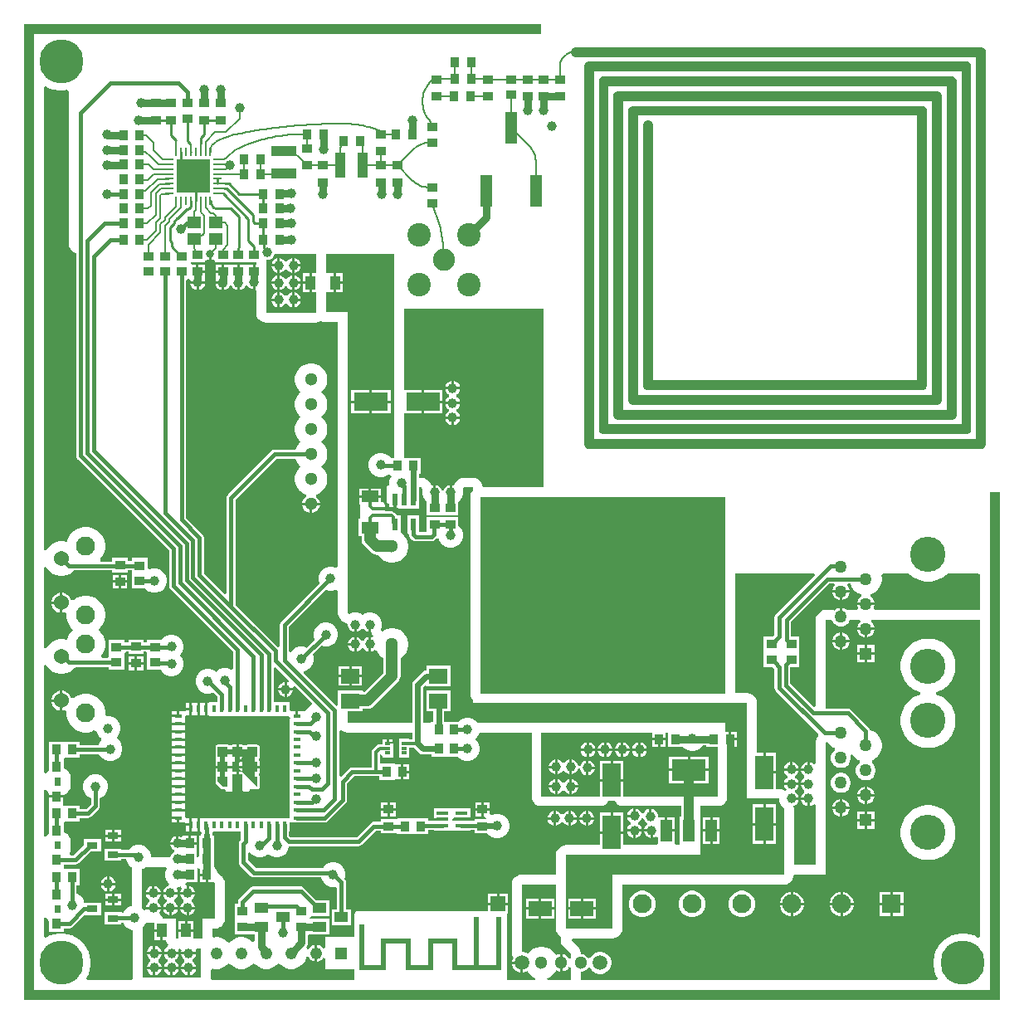
<source format=gtl>
G04*
G04 #@! TF.GenerationSoftware,Altium Limited,Altium Designer,24.5.2 (23)*
G04*
G04 Layer_Physical_Order=1*
G04 Layer_Color=255*
%FSLAX25Y25*%
%MOIN*%
G70*
G04*
G04 #@! TF.SameCoordinates,63800F2C-04A6-48C2-B29F-E79A9F1A880F*
G04*
G04*
G04 #@! TF.FilePolarity,Positive*
G04*
G01*
G75*
%ADD10C,0.01000*%
%ADD12C,0.00787*%
%ADD15C,0.01575*%
%ADD16R,0.06000X0.06000*%
%ADD17R,0.02480X0.02480*%
%ADD18R,0.01968X0.01968*%
%ADD20R,0.04724X0.01575*%
%ADD21R,0.02362X0.04724*%
%ADD22R,0.04724X0.08661*%
%ADD23R,0.13780X0.08661*%
%ADD24R,0.07480X0.05906*%
%ADD25R,0.05512X0.03937*%
%ADD26R,0.03937X0.05591*%
%ADD27R,0.05512X0.04724*%
%ADD28R,0.13780X0.07284*%
%ADD29R,0.07284X0.13780*%
%ADD30R,0.03937X0.03543*%
%ADD31R,0.04016X0.03701*%
%ADD32R,0.03701X0.04016*%
%ADD33R,0.03543X0.03937*%
%ADD34R,0.03996X0.10000*%
%ADD35R,0.10000X0.03996*%
%ADD36R,0.09252X0.06102*%
%ADD37R,0.01575X0.03150*%
%ADD38R,0.03150X0.01575*%
%ADD39R,0.04685X0.12992*%
%ADD40R,0.04331X0.02559*%
%ADD41R,0.06693X0.04528*%
%ADD42R,0.01937X0.01181*%
%ADD43R,0.01102X0.03347*%
%ADD44R,0.03347X0.01102*%
%ADD71R,0.02480X0.21299*%
%ADD72R,0.01968X0.21299*%
%ADD73R,0.19685X0.01968*%
%ADD74R,0.01968X0.12598*%
%ADD75R,0.11811X0.01968*%
%ADD76R,0.11024X0.01968*%
%ADD77R,0.10630X0.01968*%
%ADD78R,0.01968X0.18386*%
%ADD95C,0.00799*%
%ADD96C,0.03150*%
%ADD97C,0.00799*%
%ADD98R,0.13583X0.13583*%
%AMCUSTOMSHAPE99*
4,1,61,0.07874,-0.07874,0.07874,-0.03937,0.06890,-0.03937,0.06890,-0.01968,0.07874,-0.01968,0.07874,0.01968,0.06890,0.01968,0.06890,0.03937,0.07874,0.03937,0.07874,0.07874,0.03937,0.07874,0.03937,0.06890,0.01968,0.06890,0.01968,0.07874,-0.01968,0.07874,-0.01968,0.06890,-0.03937,0.06890,-0.03937,0.07874,-0.07874,0.07874,-0.07874,0.03937,-0.06890,0.03937,-0.06890,0.01968,-0.07874,0.01968,-0.07874,-0.01968,-0.06890,-0.01968,-0.06890,-0.03937,-0.07874,-0.03937,-0.07874,-0.05906,-0.05906,-0.07874,-0.03937,-0.07874,-0.03937,-0.03937,-0.04921,-0.03937,-0.04921,-0.01968,-0.03937,-0.01968,-0.03937,0.01968,-0.04921,0.01968,-0.04921,0.03937,-0.03937,0.03937,-0.03937,0.04921,-0.01968,0.04921,-0.01968,0.03937,-0.00984,0.03937,-0.00984,0.01968,-0.01968,0.01968,-0.01968,-0.01968,0.01968,-0.01968,0.01968,0.01968,0.00984,0.01968,0.00984,0.03937,0.01968,0.03937,0.01968,0.04921,0.03937,0.04921,0.03937,0.03937,0.04921,0.03937,0.04921,0.01968,0.03937,0.01968,0.03937,-0.01968,0.04921,-0.01968,0.04921,-0.03937,0.03937,-0.03937,0.03937,-0.07874,0.07874,-0.07874,0.0*%
%ADD99CUSTOMSHAPE99*%

%ADD100C,0.00829*%
%ADD101C,0.00984*%
%ADD102C,0.01102*%
%ADD103C,0.04724*%
%ADD104C,0.02362*%
%ADD105C,0.01181*%
%ADD106C,0.03937*%
%ADD107R,0.04992X0.04992*%
%ADD108C,0.04992*%
%ADD109C,0.14173*%
%ADD110C,0.02362*%
%ADD111C,0.07677*%
%ADD112C,0.06063*%
%ADD113C,0.03937*%
%ADD114C,0.09449*%
%ADD115C,0.08858*%
%ADD116C,0.05118*%
%ADD117R,0.07677X0.07677*%
%ADD118C,0.04803*%
%ADD119R,0.04803X0.04803*%
%ADD120C,0.05906*%
%ADD121C,0.17717*%
%ADD122C,0.03150*%
G36*
X76158Y298018D02*
X76652Y298150D01*
X76772Y298219D01*
X77559Y297765D01*
Y297244D01*
X83071D01*
X83858Y297244D01*
Y297244D01*
X83858D01*
Y297244D01*
X89370D01*
X90158Y297244D01*
Y297244D01*
X90158D01*
Y297244D01*
X94060D01*
Y296276D01*
X93807D01*
Y293504D01*
X92807D01*
Y296276D01*
X90764D01*
X90339Y296276D01*
X89551Y296276D01*
X87508D01*
Y293504D01*
X86508D01*
Y296276D01*
X84465D01*
X84039Y296276D01*
X83252Y296276D01*
X81209D01*
Y293504D01*
X80709D01*
Y293004D01*
X77740D01*
Y290732D01*
X77740Y290732D01*
X77855Y289945D01*
X77730Y289476D01*
X80669D01*
Y288976D01*
X81169D01*
Y286037D01*
X81815Y286210D01*
X82492Y286601D01*
X83045Y287154D01*
X83396Y287762D01*
X83671Y287806D01*
X84099Y287762D01*
X84224Y287732D01*
X84605Y287074D01*
X85157Y286521D01*
X85834Y286130D01*
X86480Y285957D01*
Y288896D01*
X87480D01*
Y285957D01*
X88126Y286130D01*
X88803Y286521D01*
X89355Y287074D01*
X89746Y287751D01*
X89755Y287785D01*
X90082Y287880D01*
X90590Y287856D01*
X90895Y287327D01*
X91448Y286774D01*
X92125Y286383D01*
X92770Y286210D01*
Y289149D01*
X93770D01*
Y286097D01*
X94060Y285874D01*
Y276969D01*
X94196Y275941D01*
X94592Y274983D01*
X95224Y274161D01*
X96046Y273530D01*
X97004Y273133D01*
X98032Y272997D01*
X117904D01*
X118033Y273015D01*
X118163Y273006D01*
X118545Y273082D01*
X118931Y273133D01*
X119052Y273183D01*
X119180Y273208D01*
X119529Y273380D01*
X119889Y273530D01*
X119993Y273609D01*
X120110Y273667D01*
X120141Y273694D01*
X121019Y273330D01*
X122047Y273194D01*
X126935D01*
Y206693D01*
Y200787D01*
Y174864D01*
X126253Y174470D01*
X125915Y174665D01*
X124664Y175000D01*
X123368D01*
X122116Y174665D01*
X120994Y174017D01*
X120078Y173100D01*
X119430Y171978D01*
X119095Y170727D01*
Y169431D01*
X119430Y168179D01*
X119470Y168110D01*
X104207Y152848D01*
X103812Y152257D01*
X103674Y151559D01*
X103674Y151559D01*
Y142796D01*
X103635Y142766D01*
X102886Y142511D01*
X85831Y159566D01*
Y201757D01*
X102330Y218256D01*
X109881D01*
X109895Y218184D01*
X110385Y217002D01*
X111096Y215938D01*
X111955Y215079D01*
X111096Y214220D01*
X110385Y213156D01*
X109895Y211974D01*
X109646Y210719D01*
Y209439D01*
X109895Y208184D01*
X110385Y207002D01*
X111096Y205938D01*
X112001Y205033D01*
X113065Y204322D01*
X114074Y203904D01*
X114199Y203381D01*
X114163Y203046D01*
X113956Y202927D01*
X113294Y202264D01*
X112825Y201452D01*
X112591Y200579D01*
X116142D01*
X119692D01*
X119458Y201452D01*
X118990Y202264D01*
X118327Y202927D01*
X118120Y203046D01*
X118085Y203381D01*
X118209Y203904D01*
X119219Y204322D01*
X120283Y205033D01*
X121188Y205938D01*
X121898Y207002D01*
X122388Y208184D01*
X122638Y209439D01*
Y210719D01*
X122388Y211974D01*
X121898Y213156D01*
X121188Y214220D01*
X120328Y215079D01*
X121188Y215938D01*
X121898Y217002D01*
X122388Y218184D01*
X122638Y219439D01*
Y220719D01*
X122388Y221974D01*
X121898Y223156D01*
X121188Y224220D01*
X120328Y225079D01*
X121188Y225938D01*
X121898Y227002D01*
X122388Y228184D01*
X122638Y229439D01*
Y230719D01*
X122388Y231974D01*
X121898Y233156D01*
X121188Y234220D01*
X120328Y235079D01*
X121188Y235938D01*
X121898Y237002D01*
X122388Y238184D01*
X122638Y239439D01*
Y240719D01*
X122388Y241974D01*
X121898Y243156D01*
X121188Y244220D01*
X120328Y245079D01*
X121188Y245938D01*
X121898Y247002D01*
X122388Y248184D01*
X122638Y249439D01*
Y250719D01*
X122388Y251974D01*
X121898Y253156D01*
X121188Y254220D01*
X120283Y255125D01*
X119219Y255836D01*
X118037Y256325D01*
X116781Y256575D01*
X115502D01*
X114247Y256325D01*
X113065Y255836D01*
X112001Y255125D01*
X111096Y254220D01*
X110385Y253156D01*
X109895Y251974D01*
X109646Y250719D01*
Y249439D01*
X109895Y248184D01*
X110385Y247002D01*
X111096Y245938D01*
X111955Y245079D01*
X111096Y244220D01*
X110385Y243156D01*
X109895Y241974D01*
X109646Y240719D01*
Y239439D01*
X109895Y238184D01*
X110385Y237002D01*
X111096Y235938D01*
X111955Y235079D01*
X111096Y234220D01*
X110385Y233156D01*
X109895Y231974D01*
X109646Y230719D01*
Y229439D01*
X109895Y228184D01*
X110385Y227002D01*
X111096Y225938D01*
X111955Y225079D01*
X111096Y224220D01*
X110385Y223156D01*
X109895Y221974D01*
X109881Y221901D01*
X101575D01*
X100877Y221762D01*
X100286Y221367D01*
X100286Y221367D01*
X82720Y203801D01*
X82324Y203209D01*
X82186Y202512D01*
X82186Y202512D01*
Y164240D01*
X81458Y163938D01*
X73062Y172335D01*
Y186635D01*
X73062Y186635D01*
X72923Y187332D01*
X72528Y187923D01*
X72528Y187923D01*
X65917Y194534D01*
Y289876D01*
X66474Y290433D01*
X67119Y290433D01*
X67759Y289843D01*
X67680Y289549D01*
X73558D01*
X73451Y289949D01*
X73441Y290732D01*
X73441Y290732D01*
X73441Y290732D01*
Y293004D01*
X70472D01*
Y293504D01*
X69972D01*
Y296276D01*
X68379D01*
X67855Y296857D01*
X67863Y297155D01*
X67933Y297244D01*
X73622D01*
Y297887D01*
X74409Y298297D01*
X74664Y298150D01*
X75158Y298018D01*
Y300549D01*
X76158D01*
Y298018D01*
D02*
G37*
G36*
X118076Y292810D02*
X118043Y292772D01*
X116445D01*
Y288976D01*
Y285181D01*
X118043D01*
X118076Y285143D01*
Y277165D01*
X117904Y276969D01*
X98032D01*
Y287904D01*
X98192Y288501D01*
Y289797D01*
X98032Y290395D01*
Y298043D01*
X98051Y298058D01*
X98832D01*
X99587Y298260D01*
X100264Y298651D01*
X100817Y299204D01*
X101208Y299881D01*
X101398Y300590D01*
X116735Y300591D01*
X118076D01*
Y292810D01*
D02*
G37*
G36*
X386379Y383308D02*
X386933Y382753D01*
X387233Y382029D01*
Y381638D01*
Y224157D01*
Y223765D01*
X386933Y223041D01*
X386379Y222487D01*
X385655Y222187D01*
X227391D01*
X226667Y222487D01*
X226113Y223041D01*
X225813Y223765D01*
Y224157D01*
X225813Y375732D01*
Y376124D01*
X226113Y376848D01*
X226667Y377402D01*
X227391Y377702D01*
X227783Y377702D01*
X379358Y377702D01*
X379750D01*
X380474Y377402D01*
X381028Y376848D01*
X381328Y376124D01*
Y375732D01*
X381328Y230063D01*
X381328D01*
X381328Y229671D01*
X381028Y228947D01*
X380474Y228393D01*
X379750Y228093D01*
X379358Y228093D01*
X233688Y228093D01*
X233297D01*
X232573Y228393D01*
X232018Y228947D01*
X231719Y229671D01*
Y230063D01*
X231719Y369827D01*
Y370218D01*
X232018Y370942D01*
X232573Y371497D01*
X233297Y371796D01*
X233689D01*
X373452Y371796D01*
X373452Y371796D01*
X373844Y371796D01*
X374568Y371497D01*
X375122Y370942D01*
X375422Y370218D01*
X375422Y369827D01*
X375422Y235968D01*
X375422D01*
X375422Y235576D01*
X375122Y234852D01*
X374568Y234298D01*
X373844Y233998D01*
X373452Y233998D01*
X239594Y233998D01*
X239202D01*
X238478Y234298D01*
X237924Y234852D01*
X237624Y235576D01*
Y235968D01*
X237624Y363921D01*
Y364313D01*
X237924Y365037D01*
X238478Y365591D01*
X239202Y365891D01*
X239594Y365891D01*
X367547Y365891D01*
X367547Y365891D01*
X367939Y365891D01*
X368663Y365591D01*
X369217Y365037D01*
X369517Y364313D01*
X369517Y363921D01*
X369517Y241874D01*
X369517D01*
X369517Y241482D01*
X369217Y240758D01*
X368663Y240204D01*
X367939Y239904D01*
X367547Y239904D01*
X245500Y239904D01*
X245108D01*
X244384Y240204D01*
X243829Y240758D01*
X243530Y241482D01*
Y241874D01*
X243530Y358015D01*
Y358407D01*
X243829Y359131D01*
X244384Y359686D01*
X245108Y359985D01*
X245500D01*
X361641Y359985D01*
X361641Y359985D01*
X362033Y359985D01*
X362757Y359686D01*
X363311Y359131D01*
X363611Y358407D01*
X363611Y358015D01*
X363611Y247779D01*
Y247387D01*
X363311Y246663D01*
X362757Y246109D01*
X362033Y245809D01*
X251013D01*
X250289Y246109D01*
X249735Y246663D01*
X249435Y247387D01*
Y247779D01*
Y347990D01*
Y348382D01*
X249735Y349106D01*
X250289Y349660D01*
X251013Y349960D01*
X251797D01*
X252521Y349660D01*
X253075Y349106D01*
X253375Y348382D01*
Y347990D01*
Y249749D01*
X359671D01*
Y356046D01*
X247470Y356046D01*
X247470Y243844D01*
X365577D01*
X365577Y361951D01*
X241564Y361951D01*
X241564Y237938D01*
X371482D01*
X371482Y367857D01*
X235659Y367857D01*
X235659Y232033D01*
X377388D01*
X377388Y373762D01*
X229753Y373762D01*
X229753Y226127D01*
X383293D01*
Y379667D01*
X227167D01*
X226443Y379967D01*
X225889Y380522D01*
X225589Y381246D01*
Y382029D01*
X225889Y382753D01*
X226443Y383308D01*
X227167Y383608D01*
X385655D01*
X386379Y383308D01*
D02*
G37*
G36*
X149461Y218614D02*
X148122D01*
X148032Y218770D01*
X147116Y219686D01*
X145994Y220334D01*
X144742Y220669D01*
X143447D01*
X142195Y220334D01*
X141073Y219686D01*
X140156Y218770D01*
X139509Y217648D01*
X139173Y216396D01*
Y215100D01*
X139509Y213848D01*
X140156Y212726D01*
X141073Y211810D01*
X142195Y211162D01*
X143447Y210827D01*
X144742D01*
X145994Y211162D01*
X147116Y211810D01*
X147421Y212115D01*
X147997Y211990D01*
X148367Y211244D01*
X147973Y210561D01*
X147638Y209309D01*
Y208014D01*
X147232Y207635D01*
X146901Y207414D01*
X146680Y207083D01*
X146602Y206693D01*
Y201272D01*
X146680Y200882D01*
X146901Y200551D01*
X147232Y200330D01*
X147622Y200252D01*
Y198409D01*
X151181D01*
Y198228D01*
X159646D01*
Y205315D01*
X159507D01*
Y206693D01*
X160365D01*
X160970Y205906D01*
X160827Y205372D01*
Y204077D01*
X161162Y202825D01*
X161810Y201703D01*
X162598Y200914D01*
Y195669D01*
X168110D01*
X168898Y195669D01*
Y195669D01*
X168898D01*
Y195669D01*
X175197D01*
Y200747D01*
X175266Y200786D01*
X176182Y201703D01*
X176830Y202825D01*
X177165Y204077D01*
Y205372D01*
X177023Y205906D01*
X177627Y206693D01*
X181102D01*
Y205375D01*
X180616Y204741D01*
X180219Y203784D01*
X180084Y202756D01*
Y124016D01*
X180219Y122988D01*
X180616Y122030D01*
X181102Y121397D01*
Y120079D01*
X183797D01*
X184055Y120045D01*
X282480D01*
X282738Y120079D01*
X291339D01*
Y81693D01*
X304134D01*
Y81045D01*
X304224Y80709D01*
X304469Y79793D01*
X305117Y78671D01*
X306033Y77755D01*
X306102Y77715D01*
Y51181D01*
X237205Y51181D01*
Y29528D01*
X218504D01*
Y59055D01*
X272638D01*
Y78706D01*
X279528D01*
X280555Y78842D01*
X281513Y79238D01*
X282335Y79869D01*
X282539Y80134D01*
X282966Y80692D01*
X283363Y81649D01*
X283499Y82677D01*
Y102397D01*
X283657Y102578D01*
X283925D01*
Y105547D01*
Y108515D01*
X282480D01*
Y112205D01*
X259864D01*
X259606Y112239D01*
X258638D01*
X258380Y112205D01*
X253353D01*
X253095Y112239D01*
X208661D01*
X208403Y112205D01*
X183016D01*
X182884Y112435D01*
X181967Y113351D01*
X180845Y113999D01*
X179594Y114334D01*
X178298D01*
X177046Y113999D01*
X175924Y113351D01*
X175217Y112644D01*
X170551D01*
Y112644D01*
X170394D01*
Y112644D01*
X169586D01*
Y116850D01*
X172244D01*
Y125118D01*
X162402D01*
Y116850D01*
X165138D01*
Y112644D01*
X164331D01*
Y112205D01*
X161137D01*
Y126496D01*
X161758Y127117D01*
X162402Y126850D01*
Y126850D01*
X172244D01*
Y135118D01*
X162402D01*
Y133192D01*
X161629Y133039D01*
X160908Y132557D01*
X160908Y132557D01*
X157341Y128990D01*
X156859Y128268D01*
X156690Y127417D01*
X156690Y127417D01*
Y112205D01*
X130905D01*
Y116850D01*
X136811D01*
Y117799D01*
X138950D01*
X139828Y117914D01*
X140646Y118253D01*
X141348Y118792D01*
X151070Y128514D01*
X151609Y129217D01*
X151948Y130035D01*
X152063Y130912D01*
Y138188D01*
X152763Y138655D01*
X153668Y139560D01*
X154379Y140624D01*
X154868Y141806D01*
X155118Y143061D01*
Y144341D01*
X154868Y145596D01*
X154379Y146778D01*
X153668Y147842D01*
X152763Y148747D01*
X151699Y149458D01*
X150517Y149947D01*
X149262Y150197D01*
X147982D01*
X146727Y149947D01*
X145545Y149458D01*
X144875Y149010D01*
X144284Y149562D01*
X144350Y149675D01*
X144685Y150927D01*
Y152223D01*
X144350Y153474D01*
X143702Y154596D01*
X142786Y155513D01*
X141663Y156161D01*
X140412Y156496D01*
X139116D01*
X137864Y156161D01*
X136811Y155553D01*
X135758Y156161D01*
X134506Y156496D01*
X133210D01*
X131959Y156161D01*
X131587Y155946D01*
X130905Y156340D01*
Y200787D01*
Y277165D01*
X122047D01*
Y285143D01*
X122819Y285181D01*
X122835Y285181D01*
X125287D01*
Y288976D01*
Y292772D01*
X122835D01*
X122819Y292772D01*
X122047Y292810D01*
Y300591D01*
X149461Y300591D01*
Y218614D01*
D02*
G37*
G36*
X209610Y218504D02*
Y206727D01*
X185069D01*
X184938Y207721D01*
X184541Y208678D01*
X183910Y209501D01*
X183088Y210132D01*
X182130Y210529D01*
X181102Y210664D01*
X177627D01*
X177369Y210630D01*
X177108D01*
X176857Y210563D01*
X176599Y210529D01*
X176358Y210429D01*
X176107Y210362D01*
X175882Y210231D01*
X175641Y210132D01*
X175435Y209973D01*
X175209Y209843D01*
X175025Y209659D01*
X174819Y209501D01*
X174660Y209294D01*
X174476Y209110D01*
X173872Y208323D01*
X173785Y208172D01*
X173741Y208097D01*
X173583Y207891D01*
X173390Y207491D01*
X172744Y207664D01*
Y204724D01*
X171744D01*
Y207664D01*
X171098Y207491D01*
X170421Y207100D01*
X169869Y206547D01*
X169478Y205870D01*
X169404Y205593D01*
X168588D01*
X168514Y205870D01*
X168123Y206547D01*
X167571Y207100D01*
X166894Y207491D01*
X166248Y207664D01*
Y204724D01*
X165248D01*
Y207664D01*
X164602Y207491D01*
X164409Y207891D01*
X164251Y208097D01*
X164207Y208172D01*
X164120Y208323D01*
X163516Y209110D01*
X163332Y209294D01*
X163173Y209501D01*
X162967Y209659D01*
X162783Y209843D01*
X162557Y209973D01*
X162351Y210132D01*
X162110Y210231D01*
X161885Y210362D01*
X161634Y210429D01*
X161393Y210529D01*
X161135Y210563D01*
X160884Y210630D01*
X160624D01*
X160365Y210664D01*
X159507D01*
Y212236D01*
X160269D01*
Y218614D01*
X154206D01*
X154206Y218614D01*
X153432Y218647D01*
Y236500D01*
X160524D01*
Y241142D01*
Y245783D01*
X153432D01*
Y278508D01*
X209610D01*
Y218504D01*
D02*
G37*
G36*
X384646Y171880D02*
X384808Y171714D01*
Y157514D01*
X342479D01*
X342024Y158302D01*
X342214Y158631D01*
X342442Y159480D01*
X338957D01*
X335471D01*
X335699Y158631D01*
X335889Y158302D01*
X335434Y157514D01*
X332709D01*
X332284Y157458D01*
X331681Y157379D01*
X331681Y157379D01*
X331681Y157379D01*
X331555Y157327D01*
X331103Y157778D01*
X330306Y158238D01*
X329457Y158466D01*
Y155773D01*
X329270Y155529D01*
X329270Y155529D01*
X329270Y155529D01*
X329187Y155329D01*
X328985Y154980D01*
X328928D01*
X328727Y155329D01*
X328644Y155529D01*
X328644Y155529D01*
X328644Y155529D01*
X328457Y155773D01*
Y158466D01*
X327607Y158238D01*
X326810Y157778D01*
X326359Y157327D01*
X326233Y157379D01*
X326232Y157379D01*
X326232Y157379D01*
X325629Y157458D01*
X325205Y157514D01*
X322835D01*
X321807Y157379D01*
X320849Y156982D01*
X320027Y156351D01*
X319396Y155529D01*
X318999Y154571D01*
X318864Y153543D01*
Y118882D01*
X318076Y118556D01*
X308683Y127949D01*
Y134606D01*
X312244D01*
Y140669D01*
X312244D01*
Y140827D01*
X312244D01*
Y146890D01*
X308909D01*
Y152788D01*
X324278Y168158D01*
X326077D01*
X326403Y167370D01*
X326159Y167127D01*
X325699Y166330D01*
X325471Y165480D01*
X328957D01*
X332442D01*
X332214Y166330D01*
X331754Y167127D01*
X331511Y167370D01*
X331837Y168158D01*
X332760D01*
X332771Y168104D01*
X333256Y166933D01*
X333960Y165879D01*
X334856Y164983D01*
X335910Y164279D01*
X337031Y163815D01*
X337093Y163648D01*
X337155Y162977D01*
X336810Y162778D01*
X336159Y162127D01*
X335699Y161330D01*
X335471Y160480D01*
X338957D01*
X342442D01*
X342214Y161330D01*
X341754Y162127D01*
X341103Y162778D01*
X340759Y162977D01*
X340820Y163648D01*
X340882Y163815D01*
X342004Y164279D01*
X343057Y164983D01*
X343954Y165879D01*
X344658Y166933D01*
X345143Y168104D01*
X345390Y169347D01*
Y170614D01*
X345229Y171421D01*
X345782Y172209D01*
X356138D01*
X356775Y171572D01*
X358179Y170552D01*
X359725Y169764D01*
X361375Y169228D01*
X363089Y168957D01*
X364824D01*
X366538Y169228D01*
X368188Y169764D01*
X369734Y170552D01*
X371138Y171572D01*
X371775Y172209D01*
X383858D01*
X384021Y172241D01*
X384646Y171880D01*
D02*
G37*
G36*
X126935Y165294D02*
Y156340D01*
X127070Y155312D01*
X127466Y154355D01*
X128098Y153532D01*
X128920Y152901D01*
X129602Y152507D01*
X130560Y152111D01*
X130890Y151966D01*
Y151184D01*
X131092Y150429D01*
X131483Y149752D01*
X132036Y149199D01*
X132712Y148809D01*
X133358Y148636D01*
Y151575D01*
X134358D01*
Y148636D01*
X135004Y148809D01*
X135681Y149199D01*
X136234Y149752D01*
X136356Y149965D01*
X137266D01*
X137388Y149752D01*
X137941Y149199D01*
X138618Y148809D01*
X139264Y148636D01*
Y151575D01*
X140264D01*
Y148541D01*
X140484Y148409D01*
X140672Y147996D01*
X140845Y147577D01*
X140885Y147525D01*
X140912Y147465D01*
X141106Y147230D01*
X140972Y146873D01*
X140651Y146536D01*
X140264Y146640D01*
Y143701D01*
Y140762D01*
X140910Y140935D01*
X141586Y141325D01*
X141683Y141421D01*
X142611Y141237D01*
X142865Y140624D01*
X143576Y139560D01*
X144481Y138655D01*
X145281Y138120D01*
Y132317D01*
X137598Y124634D01*
X136811Y124710D01*
Y125118D01*
X126969D01*
Y119340D01*
X126181Y119014D01*
X113076Y132119D01*
X113312Y132997D01*
X114104Y133209D01*
X115226Y133857D01*
X116143Y134774D01*
X116791Y135896D01*
X117126Y137147D01*
Y138443D01*
X116791Y139695D01*
X116751Y139764D01*
X120079Y143092D01*
X120148Y143052D01*
X121399Y142717D01*
X122695D01*
X123947Y143052D01*
X125069Y143700D01*
X125985Y144616D01*
X126633Y145738D01*
X126969Y146990D01*
Y148286D01*
X126633Y149537D01*
X125985Y150660D01*
X125069Y151576D01*
X123947Y152224D01*
X122695Y152559D01*
X121399D01*
X120148Y152224D01*
X119026Y151576D01*
X118109Y150660D01*
X117461Y149537D01*
X117126Y148286D01*
Y146990D01*
X117461Y145738D01*
X117501Y145669D01*
X114173Y142341D01*
X114104Y142381D01*
X112853Y142717D01*
X111557D01*
X110305Y142381D01*
X109183Y141733D01*
X108267Y140817D01*
X108106Y140538D01*
X107318Y140749D01*
Y150804D01*
X122047Y165533D01*
X122116Y165493D01*
X123368Y165157D01*
X124664D01*
X125915Y165493D01*
X126253Y165688D01*
X126935Y165294D01*
D02*
G37*
G36*
X11214Y367007D02*
X12982Y366433D01*
X14818Y366142D01*
X16678D01*
X18076Y366363D01*
X18864Y365794D01*
X18864Y304561D01*
X18999Y303534D01*
X19396Y302576D01*
X20027Y301753D01*
X20849Y301122D01*
X21800Y300729D01*
Y219488D01*
X21800Y219488D01*
X21938Y218791D01*
X22333Y218199D01*
X59118Y181415D01*
Y167314D01*
X59118Y167314D01*
X59256Y166617D01*
X59651Y166025D01*
X84792Y140885D01*
Y133886D01*
X84004Y133431D01*
X83380Y133791D01*
X82129Y134127D01*
X80833D01*
X79581Y133791D01*
X78459Y133144D01*
X77938Y132622D01*
X77690Y132870D01*
X76568Y133517D01*
X75317Y133853D01*
X74021D01*
X72769Y133517D01*
X71647Y132870D01*
X70731Y131953D01*
X70083Y130831D01*
X69747Y129579D01*
Y128284D01*
X70083Y127032D01*
X70731Y125910D01*
X71647Y124994D01*
X72769Y124346D01*
X74021Y124010D01*
X75317D01*
X76568Y124346D01*
X76854Y124511D01*
X78492Y122873D01*
Y120472D01*
X75197D01*
Y120291D01*
X74516D01*
Y117717D01*
Y115142D01*
X75197D01*
Y114961D01*
X107098D01*
X107701Y114265D01*
X107677Y113779D01*
X107677D01*
Y109843D01*
Y106693D01*
Y103543D01*
Y100394D01*
Y97244D01*
Y94095D01*
Y90945D01*
Y87795D01*
Y84646D01*
Y81496D01*
Y78347D01*
Y74722D01*
X107480Y74016D01*
X72047D01*
Y73835D01*
X71366D01*
Y71260D01*
Y68685D01*
X71553D01*
X71708Y68554D01*
X72060Y67999D01*
X72067Y67716D01*
X71989Y67323D01*
Y66886D01*
X71260D01*
Y60587D01*
Y59002D01*
X70499Y58319D01*
X70487Y58320D01*
X70291Y58492D01*
X70291Y60474D01*
X70291Y61261D01*
Y63237D01*
X67520D01*
Y63737D01*
X67020D01*
Y66705D01*
X64748D01*
Y66704D01*
X63961Y66288D01*
X63624Y66483D01*
X62979Y66655D01*
Y63716D01*
X62479D01*
Y63216D01*
X59539D01*
X59712Y62571D01*
X60103Y61894D01*
X60656Y61341D01*
X61052Y61112D01*
X61087Y60288D01*
X61068Y60236D01*
X60714Y60032D01*
X60161Y59479D01*
X59771Y58803D01*
X59722Y58622D01*
X58822Y58143D01*
X58742Y58176D01*
X57715Y58311D01*
X51772D01*
Y58916D01*
X51436Y60167D01*
X50788Y61289D01*
X49872Y62206D01*
X48750Y62854D01*
X47498Y63189D01*
X46202D01*
X44951Y62854D01*
X43829Y62206D01*
X42912Y61289D01*
X42766Y61035D01*
X39961D01*
Y61673D01*
X33268D01*
Y56752D01*
X39961D01*
Y57390D01*
X41991D01*
X42265Y56368D01*
X42912Y55246D01*
X43829Y54330D01*
X44324Y54044D01*
X44257Y53542D01*
Y38680D01*
X43376Y38444D01*
X42254Y37796D01*
X41338Y36880D01*
X40748Y35859D01*
X40686Y35854D01*
X39961Y36083D01*
Y36083D01*
X33268D01*
Y31161D01*
X39961D01*
Y31918D01*
X40713D01*
X41338Y30836D01*
X42254Y29920D01*
X43376Y29272D01*
X44454Y28984D01*
Y24016D01*
Y22624D01*
Y9843D01*
X44501Y9484D01*
X43982Y8892D01*
X26191D01*
X25912Y9680D01*
X26694Y11214D01*
X27268Y12982D01*
X27559Y14818D01*
Y16678D01*
X27268Y18514D01*
X26694Y20282D01*
X25850Y21938D01*
X24757Y23442D01*
X23442Y24757D01*
X21938Y25850D01*
X20282Y26694D01*
X18514Y27268D01*
X16678Y27559D01*
X14818D01*
X12982Y27268D01*
X11214Y26694D01*
X9680Y25912D01*
X8892Y26191D01*
Y33855D01*
X9680Y34011D01*
X9750Y33841D01*
X10381Y33019D01*
X10827Y32677D01*
Y28346D01*
X16732D01*
Y29674D01*
X19024D01*
X19024Y29674D01*
X19721Y29812D01*
X20312Y30207D01*
X25046Y34941D01*
X31693D01*
Y39862D01*
X25000D01*
X25000Y39862D01*
X24805Y40564D01*
X24712Y40910D01*
X24065Y42033D01*
X23148Y42949D01*
X22026Y43597D01*
X21949Y43617D01*
Y47008D01*
X23071D01*
Y53386D01*
X17291D01*
X16816Y53855D01*
X16749Y54017D01*
X16732Y54124D01*
Y55264D01*
X21555D01*
X21555Y55264D01*
X22253Y55403D01*
X22844Y55798D01*
X27577Y60532D01*
X31693D01*
Y65453D01*
X25000D01*
Y63109D01*
X20800Y58909D01*
X19496D01*
X19100Y59697D01*
X19387Y60390D01*
X19522Y61417D01*
Y64567D01*
X19387Y65595D01*
X18990Y66552D01*
X18359Y67375D01*
X17537Y68006D01*
X16732Y68339D01*
Y71925D01*
X16816Y72130D01*
X17291Y72598D01*
X17638Y72598D01*
X23071D01*
Y73965D01*
X26575D01*
X26575Y73965D01*
X27272Y74104D01*
X27863Y74499D01*
X30816Y77451D01*
X30816Y77451D01*
X31211Y78043D01*
X31350Y78740D01*
Y82008D01*
X31427Y82028D01*
X32549Y82676D01*
X33466Y83592D01*
X34113Y84715D01*
X34449Y85966D01*
Y87262D01*
X34113Y88514D01*
X33466Y89636D01*
X32549Y90552D01*
X31427Y91200D01*
X30176Y91535D01*
X28880D01*
X27628Y91200D01*
X26506Y90552D01*
X25590Y89636D01*
X24942Y88514D01*
X24606Y87262D01*
Y85966D01*
X24942Y84715D01*
X25590Y83592D01*
X26506Y82676D01*
X27628Y82028D01*
X27705Y82008D01*
Y79495D01*
X25820Y77610D01*
X23071D01*
Y78976D01*
X17638D01*
X16684Y78976D01*
X16551Y79709D01*
X16551Y79764D01*
Y82177D01*
X13780D01*
X11008D01*
Y79764D01*
X11008Y79709D01*
X10875Y78976D01*
X10787D01*
Y72818D01*
X10787Y72598D01*
X10787D01*
X10827Y72047D01*
X10827D01*
Y67717D01*
X10381Y67375D01*
X9750Y66552D01*
X9680Y66382D01*
X8892Y66539D01*
Y85036D01*
X9680Y85192D01*
X9750Y85022D01*
X10381Y84200D01*
X11008Y83719D01*
Y83177D01*
X12149D01*
X12161Y83172D01*
X13189Y83037D01*
X13780D01*
X15551D01*
X16551Y83168D01*
Y83169D01*
X16579Y83172D01*
X17537Y83569D01*
X18359Y84200D01*
X18990Y85022D01*
X19387Y85980D01*
X19522Y87008D01*
Y90158D01*
X19387Y91185D01*
X18990Y92143D01*
X18359Y92965D01*
X17537Y93597D01*
X16732Y93930D01*
Y97516D01*
X16816Y97720D01*
X17291Y98189D01*
X17638Y98189D01*
X23071D01*
Y99555D01*
X30972D01*
X31495Y98649D01*
X32411Y97733D01*
X33533Y97085D01*
X34785Y96749D01*
X36081D01*
X37333Y97085D01*
X38455Y97733D01*
X39371Y98649D01*
X40019Y99771D01*
X40354Y101023D01*
Y102318D01*
X40019Y103570D01*
X39371Y104692D01*
X38455Y105608D01*
X38405Y105637D01*
X38275Y106621D01*
X38625Y106971D01*
X39273Y108093D01*
X39608Y109344D01*
Y110640D01*
X39273Y111892D01*
X38625Y113014D01*
X37709Y113930D01*
X36586Y114578D01*
X35335Y114914D01*
X34136D01*
X33912Y115031D01*
X33421Y115563D01*
Y116888D01*
X33122Y118390D01*
X32536Y119805D01*
X31685Y121079D01*
X30602Y122162D01*
X29329Y123013D01*
X27914Y123599D01*
X26412Y123898D01*
X24880D01*
X23378Y123599D01*
X21962Y123013D01*
X20689Y122162D01*
X20569Y122042D01*
X19691Y122277D01*
X19599Y122619D01*
X19069Y123538D01*
X18318Y124289D01*
X17399Y124820D01*
X16373Y125094D01*
X16342D01*
Y121063D01*
Y117032D01*
X16373D01*
X17136Y117236D01*
X17463Y117081D01*
X17719Y116874D01*
X17870Y116669D01*
Y115356D01*
X18169Y113854D01*
X18755Y112439D01*
X19606Y111165D01*
X20689Y110082D01*
X21962Y109231D01*
X23378Y108645D01*
X24880Y108346D01*
X26412D01*
X27914Y108645D01*
X29015Y109102D01*
X29778Y108836D01*
X29940Y108693D01*
X30101Y108093D01*
X30749Y106971D01*
X31665Y106054D01*
X31715Y106026D01*
X31844Y105042D01*
X31495Y104692D01*
X30847Y103570D01*
X30748Y103200D01*
X23071D01*
Y104567D01*
X17638D01*
X17008Y104567D01*
X16220Y104567D01*
X10787D01*
Y98409D01*
X10787Y98189D01*
X10787D01*
X10827Y97638D01*
X10827D01*
Y93307D01*
X10381Y92965D01*
X9750Y92143D01*
X9680Y91973D01*
X8892Y92130D01*
Y135292D01*
X9667Y135479D01*
X10430Y134337D01*
X11400Y133367D01*
X12542Y132604D01*
X13810Y132079D01*
X15156Y131811D01*
X16529D01*
X17875Y132079D01*
X19143Y132604D01*
X20285Y133367D01*
X21255Y134337D01*
X21435Y134606D01*
X34793D01*
Y133397D01*
X41171D01*
Y138830D01*
X41171Y139460D01*
X41171Y140303D01*
X41728Y140860D01*
X42690D01*
Y139764D01*
X48989D01*
Y140860D01*
X49876D01*
X50296Y140073D01*
X50296Y139617D01*
X50296D01*
Y139460D01*
X50296D01*
Y133397D01*
X55760D01*
X56101Y132805D01*
X57018Y131889D01*
X58140Y131241D01*
X59391Y130905D01*
X60687D01*
X61939Y131241D01*
X63061Y131889D01*
X63977Y132805D01*
X64625Y133927D01*
X64961Y135179D01*
Y136475D01*
X64625Y137726D01*
X63977Y138848D01*
X63554Y139272D01*
X63977Y139695D01*
X64625Y140817D01*
X64961Y142069D01*
Y143364D01*
X64625Y144616D01*
X63977Y145738D01*
X63061Y146654D01*
X61939Y147302D01*
X60687Y147638D01*
X59391D01*
X58140Y147302D01*
X57018Y146654D01*
X56101Y145738D01*
X56068Y145680D01*
X50296D01*
Y144505D01*
X48989D01*
Y145669D01*
X42690D01*
Y144505D01*
X41171D01*
Y145680D01*
X34793D01*
Y140247D01*
X34793Y139617D01*
X34793Y138807D01*
X34236Y138251D01*
X32227D01*
X31868Y139038D01*
X32536Y140037D01*
X33122Y141452D01*
X33421Y142955D01*
Y144486D01*
X33122Y145989D01*
X32536Y147404D01*
X31685Y148677D01*
X30756Y149606D01*
X31685Y150536D01*
X32536Y151809D01*
X33122Y153224D01*
X33421Y154726D01*
Y156258D01*
X33122Y157760D01*
X32536Y159175D01*
X31685Y160449D01*
X30602Y161532D01*
X29329Y162383D01*
X27914Y162969D01*
X26412Y163268D01*
X24880D01*
X23378Y162969D01*
X21962Y162383D01*
X20689Y161532D01*
X20569Y161412D01*
X19691Y161647D01*
X19599Y161989D01*
X19069Y162908D01*
X18318Y163659D01*
X17399Y164190D01*
X16373Y164465D01*
X16342D01*
Y160433D01*
Y156402D01*
X16373D01*
X17136Y156606D01*
X17463Y156451D01*
X17719Y156244D01*
X17870Y156039D01*
Y154726D01*
X18169Y153224D01*
X18755Y151809D01*
X19606Y150536D01*
X20535Y149606D01*
X19606Y148677D01*
X18755Y147404D01*
X18169Y145989D01*
X18091Y145596D01*
X17875Y145480D01*
X16529Y145748D01*
X15156D01*
X13810Y145480D01*
X12542Y144955D01*
X11400Y144192D01*
X10430Y143222D01*
X9667Y142080D01*
X8892Y142267D01*
Y174662D01*
X9667Y174849D01*
X10430Y173707D01*
X11400Y172737D01*
X12542Y171974D01*
X13810Y171449D01*
X15156Y171181D01*
X16529D01*
X17875Y171449D01*
X19143Y171974D01*
X20285Y172737D01*
X20922Y173374D01*
X36220D01*
Y172638D01*
X42520D01*
Y173532D01*
X44055D01*
Y172323D01*
X44055Y172323D01*
Y172165D01*
X44055D01*
X44055Y171535D01*
Y166102D01*
X49379D01*
X50128Y165353D01*
X51250Y164705D01*
X52502Y164370D01*
X53798D01*
X55049Y164705D01*
X56171Y165353D01*
X57088Y166270D01*
X57736Y167392D01*
X58071Y168643D01*
Y169939D01*
X57736Y171191D01*
X57088Y172313D01*
X56171Y173229D01*
X55049Y173877D01*
X53798Y174213D01*
X52502D01*
X51250Y173877D01*
X51115Y173799D01*
X50433Y174193D01*
Y178386D01*
X44055D01*
Y177177D01*
X42520D01*
Y178543D01*
X36220D01*
Y177019D01*
X31684D01*
X31358Y177807D01*
X31685Y178134D01*
X32536Y179407D01*
X33122Y180823D01*
X33421Y182325D01*
Y183856D01*
X33122Y185359D01*
X32536Y186774D01*
X31685Y188047D01*
X30602Y189130D01*
X29329Y189981D01*
X27914Y190567D01*
X26412Y190866D01*
X24880D01*
X23378Y190567D01*
X21962Y189981D01*
X20689Y189130D01*
X19606Y188047D01*
X18755Y186774D01*
X18169Y185359D01*
X18091Y184966D01*
X17875Y184850D01*
X16529Y185118D01*
X15156D01*
X13810Y184850D01*
X12542Y184325D01*
X11400Y183562D01*
X10430Y182592D01*
X9667Y181450D01*
X8892Y181637D01*
Y367510D01*
X9680Y367789D01*
X11214Y367007D01*
D02*
G37*
G36*
X384808Y26191D02*
X384021Y25912D01*
X382487Y26694D01*
X380718Y27268D01*
X378882Y27559D01*
X377023D01*
X375187Y27268D01*
X373419Y26694D01*
X371762Y25850D01*
X370258Y24757D01*
X368944Y23442D01*
X367851Y21938D01*
X367007Y20282D01*
X366433Y18514D01*
X366142Y16678D01*
Y14818D01*
X366433Y12982D01*
X367007Y11214D01*
X367789Y9680D01*
X367510Y8892D01*
X224443D01*
Y12189D01*
X224878D01*
X225783Y12432D01*
X226595Y12900D01*
X227257Y13563D01*
X227394Y13799D01*
X227529Y13841D01*
X228285Y13768D01*
X228720Y13014D01*
X229549Y12185D01*
X230565Y11599D01*
X231697Y11295D01*
X232870D01*
X234002Y11599D01*
X235017Y12185D01*
X235846Y13014D01*
X236433Y14029D01*
X236736Y15162D01*
Y16334D01*
X236433Y17467D01*
X235846Y18482D01*
X235017Y19311D01*
X234002Y19897D01*
X232870Y20201D01*
X231697D01*
X230565Y19897D01*
X229549Y19311D01*
X228720Y18482D01*
X228285Y17728D01*
X227529Y17655D01*
X227394Y17697D01*
X227257Y17933D01*
X226595Y18596D01*
X225783Y19064D01*
X224878Y19307D01*
X224443D01*
Y19685D01*
X224308Y20713D01*
X223911Y21670D01*
X223280Y22493D01*
X223280Y22493D01*
X221004Y24769D01*
X221330Y25557D01*
X237205D01*
X238232Y25692D01*
X239190Y26089D01*
X240013Y26720D01*
X240644Y27542D01*
X241040Y28500D01*
X241176Y29528D01*
Y47210D01*
X306102Y47210D01*
X307130Y47345D01*
X308088Y47742D01*
X308910Y48373D01*
X309541Y49196D01*
X309938Y50153D01*
X310073Y51181D01*
X322835D01*
Y104217D01*
X323622Y104456D01*
X323960Y103950D01*
X324856Y103054D01*
X325909Y102350D01*
X326449Y102127D01*
X326506Y101251D01*
X326503Y101249D01*
X325759Y100505D01*
X325233Y99594D01*
X324961Y98577D01*
Y97525D01*
X325233Y96509D01*
X325759Y95597D01*
X326503Y94854D01*
X327414Y94327D01*
X328431Y94055D01*
X329483D01*
X330499Y94327D01*
X331410Y94854D01*
X332154Y95597D01*
X332680Y96509D01*
X332953Y97525D01*
Y98577D01*
X332746Y99350D01*
X333473Y99679D01*
X333960Y98950D01*
X334856Y98054D01*
X335910Y97350D01*
X336449Y97127D01*
X336506Y96251D01*
X336503Y96249D01*
X335759Y95505D01*
X335233Y94594D01*
X334961Y93577D01*
Y92525D01*
X335233Y91509D01*
X335759Y90597D01*
X336503Y89854D01*
X337414Y89327D01*
X338431Y89055D01*
X339483D01*
X340499Y89327D01*
X341410Y89854D01*
X342154Y90597D01*
X342680Y91509D01*
X342953Y92525D01*
Y93577D01*
X342680Y94594D01*
X342154Y95505D01*
X341410Y96249D01*
X341407Y96251D01*
X341464Y97127D01*
X342004Y97350D01*
X343057Y98054D01*
X343954Y98950D01*
X344658Y100004D01*
X345143Y101175D01*
X345390Y102418D01*
Y103685D01*
X345143Y104928D01*
X344658Y106098D01*
X343954Y107152D01*
X343057Y108048D01*
X342004Y108752D01*
X340833Y109237D01*
X340703Y109263D01*
X340640Y109575D01*
X340245Y110167D01*
X340245Y110167D01*
X332982Y117430D01*
X332390Y117825D01*
X331693Y117964D01*
X331693Y117964D01*
X322835D01*
Y153543D01*
X325205D01*
X325233Y153438D01*
X325759Y152527D01*
X326503Y151783D01*
X327414Y151257D01*
X328431Y150984D01*
X329483D01*
X330499Y151257D01*
X331410Y151783D01*
X332154Y152527D01*
X332680Y153438D01*
X332709Y153543D01*
X336561D01*
X336784Y152858D01*
X336788Y152756D01*
X336159Y152127D01*
X335699Y151330D01*
X335471Y150480D01*
X338957D01*
X342442D01*
X342214Y151330D01*
X341754Y152127D01*
X341125Y152756D01*
X341129Y152858D01*
X341352Y153543D01*
X384808D01*
Y26191D01*
D02*
G37*
G36*
X107348Y129051D02*
X107299Y128939D01*
X106884Y128402D01*
X106405Y128530D01*
Y126091D01*
X108845D01*
X108717Y126569D01*
X109254Y126985D01*
X109367Y127033D01*
X116410Y119989D01*
X116264Y119227D01*
X116161Y119124D01*
X115088Y118505D01*
X114172Y117589D01*
X113768Y116888D01*
X113008Y116748D01*
Y116748D01*
X113008Y116748D01*
X110933D01*
Y114961D01*
X109933D01*
Y116748D01*
X107858D01*
X107480Y117379D01*
Y120472D01*
X101035D01*
Y134335D01*
X101762Y134637D01*
X107348Y129051D01*
D02*
G37*
G36*
X282480Y124016D02*
X184055D01*
Y202756D01*
X282480D01*
Y124016D01*
D02*
G37*
G36*
X259606Y102397D02*
X265512D01*
X265512Y102397D01*
Y102397D01*
X266116Y101991D01*
X266321Y101785D01*
X267444Y101137D01*
X268695Y100802D01*
X269991D01*
X271243Y101137D01*
X272365Y101785D01*
X273281Y102701D01*
X273475Y103038D01*
X274780D01*
Y102397D01*
X279528D01*
Y82677D01*
X241513D01*
Y88523D01*
X236872D01*
X232230D01*
Y82677D01*
X208661D01*
Y108268D01*
X253095D01*
Y106047D01*
X255866D01*
X258638D01*
Y108268D01*
X259606D01*
Y102397D01*
D02*
G37*
G36*
X128920Y108766D02*
X129878Y108369D01*
X130905Y108234D01*
X156690D01*
Y105594D01*
X155665D01*
Y105744D01*
X151366D01*
Y102201D01*
Y98264D01*
X155665D01*
Y102351D01*
X157390D01*
X159573Y100168D01*
X159573Y100168D01*
X160294Y99686D01*
X161145Y99517D01*
X164393D01*
Y98551D01*
X170456D01*
Y98551D01*
X170614D01*
Y98551D01*
X175067D01*
X175770Y97848D01*
X176892Y97200D01*
X178144Y96865D01*
X179440D01*
X180691Y97200D01*
X181814Y97848D01*
X182730Y98764D01*
X183378Y99887D01*
X183713Y101138D01*
Y102434D01*
X183378Y103686D01*
X182730Y104808D01*
X182015Y105523D01*
X182884Y106391D01*
X183531Y107513D01*
X183725Y108234D01*
X204690D01*
Y82677D01*
X204826Y81649D01*
X205222Y80692D01*
X205854Y79869D01*
X206676Y79238D01*
X207634Y78842D01*
X208661Y78706D01*
X232230D01*
X233258Y78842D01*
X234215Y79238D01*
X235038Y79869D01*
X235669Y80692D01*
X235777Y80952D01*
X237967D01*
X238074Y80692D01*
X238706Y79869D01*
X239528Y79238D01*
X240486Y78842D01*
X241513Y78706D01*
X264874D01*
Y74440D01*
X264324D01*
Y63417D01*
X263699Y63026D01*
X262695D01*
X262175Y63598D01*
X262175Y63814D01*
Y68429D01*
X258813D01*
Y68929D01*
X258313D01*
Y74260D01*
X256185D01*
X255451Y74277D01*
X255449Y75046D01*
Y75059D01*
X255247Y75814D01*
X254856Y76491D01*
X254303Y77043D01*
X253626Y77434D01*
X252981Y77607D01*
Y74668D01*
X251981D01*
Y77607D01*
X251335Y77434D01*
X250658Y77043D01*
X250105Y76491D01*
X249714Y75814D01*
X249697Y75751D01*
X248882D01*
X248829Y75949D01*
X248438Y76626D01*
X247886Y77179D01*
X247209Y77569D01*
X246563Y77742D01*
Y74803D01*
X246063D01*
Y74303D01*
X243124D01*
X243297Y73657D01*
X243688Y72980D01*
X244240Y72428D01*
X244453Y72305D01*
Y71396D01*
X244240Y71273D01*
X243688Y70720D01*
X243297Y70043D01*
X243124Y69398D01*
X249002D01*
X248829Y70043D01*
X248438Y70720D01*
X247886Y71273D01*
X247673Y71396D01*
Y72305D01*
X247886Y72428D01*
X248438Y72980D01*
X248829Y73657D01*
X248846Y73721D01*
X249661D01*
X249714Y73522D01*
X250105Y72845D01*
X250658Y72293D01*
X250990Y72101D01*
X251074Y71601D01*
X251061Y71213D01*
X251056Y71199D01*
X250577Y70720D01*
X250186Y70043D01*
X250013Y69398D01*
X252953D01*
Y68898D01*
X253453D01*
Y65958D01*
X254099Y66131D01*
X254663Y66457D01*
X255079Y66325D01*
X255451Y66084D01*
Y63814D01*
X255451Y63598D01*
X254930Y63026D01*
X241513D01*
Y67657D01*
X236872D01*
X232230D01*
Y63026D01*
X218504D01*
X217476Y62891D01*
X216518Y62494D01*
X215696Y61863D01*
X215065Y61041D01*
X214668Y60083D01*
X214533Y59055D01*
Y51215D01*
X200787D01*
X199760Y51080D01*
X198802Y50683D01*
X197979Y50052D01*
X197348Y49230D01*
X196952Y48272D01*
X196816Y47244D01*
Y20201D01*
X196952Y19173D01*
X197348Y18215D01*
X197519Y17993D01*
X197104Y17274D01*
X196835Y16268D01*
Y16248D01*
X200647D01*
X200787Y16230D01*
Y15748D01*
X201287D01*
Y11795D01*
X201308D01*
X202313Y12065D01*
X203032Y12480D01*
X203616Y11607D01*
X204520Y10702D01*
X205584Y9991D01*
X206337Y9680D01*
X206180Y8892D01*
X194720D01*
Y11811D01*
X194720Y11811D01*
Y35370D01*
X195339D01*
Y38870D01*
X187339D01*
Y36453D01*
X134646D01*
X134256Y36375D01*
X133925Y36154D01*
X133704Y35823D01*
X133626Y35433D01*
Y26024D01*
X121772D01*
Y21721D01*
X120984Y21510D01*
X120832Y21774D01*
X120199Y22407D01*
X119423Y22855D01*
X118610Y23073D01*
Y19685D01*
Y16297D01*
X119423Y16515D01*
X120199Y16963D01*
X120832Y17596D01*
X120984Y17860D01*
X121772Y17649D01*
Y13347D01*
X133626D01*
Y8892D01*
X76293D01*
X75774Y9484D01*
X75821Y9843D01*
Y13009D01*
X76609Y13521D01*
X77486Y13347D01*
X78734D01*
X79959Y13590D01*
X81113Y14068D01*
X82151Y14762D01*
X82571Y15181D01*
X83110Y15587D01*
X83650Y15181D01*
X84070Y14762D01*
X85108Y14068D01*
X86261Y13590D01*
X87486Y13347D01*
X88735D01*
X89959Y13590D01*
X91113Y14068D01*
X92151Y14762D01*
X92571Y15181D01*
X93110Y15587D01*
X93650Y15181D01*
X94070Y14762D01*
X95108Y14068D01*
X96261Y13590D01*
X97486Y13347D01*
X98734D01*
X99959Y13590D01*
X101113Y14068D01*
X102151Y14762D01*
X102571Y15181D01*
X103110Y15587D01*
X103650Y15181D01*
X104070Y14762D01*
X105108Y14068D01*
X106261Y13590D01*
X107486Y13347D01*
X108735D01*
X109959Y13590D01*
X111113Y14068D01*
X112151Y14762D01*
X113034Y15644D01*
X113727Y16683D01*
X114205Y17836D01*
X114249Y18054D01*
X115070Y18148D01*
X115388Y17596D01*
X116022Y16963D01*
X116797Y16515D01*
X117610Y16297D01*
Y19685D01*
Y23073D01*
X116797Y22855D01*
X116022Y22407D01*
X115388Y21774D01*
X115123Y21315D01*
X114506Y21348D01*
X114356Y21373D01*
X114110Y22033D01*
X114454Y22481D01*
X114713Y23107D01*
X114802Y23779D01*
Y26890D01*
X115589Y27236D01*
X115748Y27165D01*
Y27165D01*
X123622D01*
Y33465D01*
X116148D01*
X115921Y33488D01*
X115663Y33981D01*
X116052Y34646D01*
X123622D01*
Y40945D01*
X118325D01*
X113326Y45944D01*
X112735Y46339D01*
X112037Y46478D01*
X112037Y46478D01*
X92884D01*
X92884Y46478D01*
X92187Y46339D01*
X91596Y45944D01*
X91596Y45944D01*
X87294Y41643D01*
X86899Y41052D01*
X86760Y40354D01*
X86760Y40354D01*
Y39606D01*
X85394D01*
Y33543D01*
X85394D01*
Y33386D01*
X85394D01*
Y27323D01*
X91772D01*
X92126Y27165D01*
Y27165D01*
X93466D01*
Y24407D01*
X92702Y24090D01*
X92571Y24189D01*
X92151Y24609D01*
X91113Y25302D01*
X89959Y25780D01*
X88735Y26024D01*
X87486D01*
X86261Y25780D01*
X85108Y25302D01*
X84070Y24609D01*
X83650Y24189D01*
X83110Y23783D01*
X82571Y24189D01*
X82151Y24609D01*
X81113Y25302D01*
X79959Y25780D01*
X78734Y26024D01*
X77486D01*
X77034Y25934D01*
X76425Y26433D01*
Y29494D01*
X77559D01*
X78587Y29629D01*
X79545Y30026D01*
X80367Y30657D01*
X80998Y31479D01*
X81395Y32437D01*
X81530Y33465D01*
Y47693D01*
X81515Y47805D01*
X81524Y47918D01*
X81448Y48318D01*
X81395Y48721D01*
X81352Y48825D01*
X81331Y48936D01*
X81154Y49303D01*
X80998Y49679D01*
X80929Y49768D01*
X80880Y49870D01*
X80615Y50178D01*
X80367Y50501D01*
X80277Y50570D01*
X80204Y50655D01*
X79629Y51169D01*
X79293Y51398D01*
X78970Y51645D01*
X78865Y51688D01*
X78772Y51752D01*
X78600Y51812D01*
X78548Y52203D01*
X78152Y53160D01*
X77521Y53983D01*
X77165Y54355D01*
Y60587D01*
Y66886D01*
X76436D01*
Y67323D01*
X76358Y67716D01*
X76921Y68504D01*
X87941D01*
Y65174D01*
X87688Y64920D01*
X87293Y64329D01*
X87154Y63631D01*
X87154Y63631D01*
Y56299D01*
X87154Y56299D01*
X87293Y55602D01*
X87688Y55011D01*
X92018Y50680D01*
X92018Y50680D01*
X92610Y50285D01*
X93307Y50146D01*
X93307Y50146D01*
X120183D01*
X120414Y49282D01*
X121062Y48159D01*
X121978Y47243D01*
X123100Y46595D01*
X124352Y46260D01*
X125648D01*
X125899Y46327D01*
X126524Y45848D01*
Y37205D01*
X124409D01*
Y30906D01*
X132283D01*
Y37205D01*
X130169D01*
Y48031D01*
X130169Y48031D01*
X130030Y48729D01*
X129635Y49320D01*
X129635Y49320D01*
X129604Y49351D01*
X129921Y50533D01*
Y51829D01*
X129586Y53081D01*
X128938Y54203D01*
X128022Y55119D01*
X126900Y55767D01*
X125648Y56102D01*
X124352D01*
X123100Y55767D01*
X121978Y55119D01*
X121062Y54203D01*
X120824Y53791D01*
X94062D01*
X90799Y57054D01*
Y59903D01*
X91586Y60114D01*
X91669Y59970D01*
X92585Y59054D01*
X93707Y58406D01*
X94959Y58071D01*
X96255D01*
X97506Y58406D01*
X98629Y59054D01*
X98985Y59410D01*
X99340Y59054D01*
X100463Y58406D01*
X101714Y58071D01*
X103010D01*
X104262Y58406D01*
X105384Y59054D01*
X106300Y59970D01*
X106948Y61093D01*
X107283Y62344D01*
Y62654D01*
X135146D01*
X135146Y62654D01*
X135843Y62793D01*
X136435Y63188D01*
X142094Y68847D01*
X144095D01*
Y67716D01*
X150394D01*
X150394Y67716D01*
X150983Y67487D01*
Y67487D01*
X151086Y67487D01*
X156416D01*
X157046Y67487D01*
X157833Y67487D01*
X163266D01*
Y69050D01*
X165460D01*
Y68904D01*
X172152D01*
X172743Y68904D01*
X173334Y68904D01*
X180026D01*
Y69050D01*
X181859D01*
Y67716D01*
X187004D01*
X187899Y66822D01*
X189021Y66175D01*
X190272Y65839D01*
X191568D01*
X192820Y66175D01*
X193942Y66822D01*
X194858Y67739D01*
X195506Y68861D01*
X195842Y70113D01*
Y71408D01*
X195506Y72660D01*
X194858Y73782D01*
X193942Y74698D01*
X192820Y75346D01*
X191568Y75682D01*
X190272D01*
X189021Y75346D01*
X188658Y75137D01*
X187977Y75531D01*
Y76862D01*
X185508D01*
Y74590D01*
X186011D01*
X186432Y73803D01*
X186311Y73622D01*
X181859D01*
Y72695D01*
X180026D01*
Y72841D01*
X173334D01*
X172940Y72841D01*
X172861Y72912D01*
Y73430D01*
X173619Y74022D01*
X180026D01*
Y77959D01*
X173334D01*
X172743Y77959D01*
X172152Y77959D01*
X165460D01*
Y74022D01*
X165641D01*
Y73931D01*
X169003D01*
Y72931D01*
X165641D01*
Y72841D01*
X165460D01*
Y72695D01*
X163266D01*
Y73865D01*
X157833D01*
X157203Y73865D01*
X156416Y73865D01*
X151081D01*
X150983Y73865D01*
Y73865D01*
X150394Y73622D01*
X150394Y73622D01*
X144095D01*
Y72492D01*
X141339D01*
X140641Y72353D01*
X140050Y71958D01*
X140050Y71958D01*
X134391Y66299D01*
X108019D01*
X107334Y66984D01*
Y68504D01*
X107480D01*
Y71341D01*
X107677Y72047D01*
X113189D01*
Y72193D01*
X121653D01*
X121653Y72193D01*
X122351Y72332D01*
X122942Y72727D01*
X130029Y79814D01*
X130029Y79814D01*
X130424Y80405D01*
X130563Y81102D01*
Y87828D01*
X133432Y90697D01*
X143465D01*
Y89331D01*
X149154D01*
X149528Y89331D01*
X150240Y89512D01*
X152217D01*
Y92520D01*
Y95528D01*
X150240D01*
X149528Y95709D01*
X149154Y95709D01*
X143748D01*
Y99243D01*
X144012Y99429D01*
X144799Y99019D01*
Y98264D01*
X149099D01*
Y100232D01*
Y103776D01*
X148917D01*
Y103776D01*
X146949D01*
Y103972D01*
X146449D01*
Y105563D01*
X144980D01*
Y103776D01*
X144799D01*
Y103626D01*
X143736D01*
X143116Y103502D01*
X142590Y103151D01*
X140979Y101540D01*
X140628Y101014D01*
X140504Y100394D01*
Y94342D01*
X132677D01*
X131980Y94203D01*
X131388Y93808D01*
X131388Y93808D01*
X128200Y90620D01*
X127413Y90946D01*
Y108996D01*
X127796Y109220D01*
X128200Y109318D01*
X128920Y108766D01*
D02*
G37*
G36*
X318510Y171481D02*
X302845Y155816D01*
X302450Y155225D01*
X302311Y154528D01*
X302311Y154527D01*
Y147566D01*
X301635Y146890D01*
X297992D01*
Y140827D01*
X297992D01*
Y140669D01*
X297992D01*
Y134606D01*
X301635D01*
X302311Y133930D01*
Y126280D01*
X302311Y126280D01*
X302450Y125583D01*
X302845Y124991D01*
X319910Y107926D01*
X319999Y107242D01*
X319936Y106931D01*
X319672Y106562D01*
X319396Y106202D01*
X319371Y106142D01*
X319333Y106089D01*
X319173Y105664D01*
X318999Y105245D01*
X318990Y105180D01*
X318967Y105119D01*
X318923Y104667D01*
X318864Y104217D01*
Y95897D01*
X318076Y95571D01*
X317768Y95879D01*
X317091Y96270D01*
X316445Y96443D01*
Y93504D01*
X315945D01*
Y93004D01*
X313006D01*
X313179Y92358D01*
X313569Y91681D01*
X314122Y91128D01*
X314335Y91006D01*
Y90097D01*
X314122Y89974D01*
X313569Y89421D01*
X313179Y88744D01*
X313006Y88098D01*
X315945D01*
Y87098D01*
X313006D01*
X313179Y86453D01*
X313569Y85776D01*
X314122Y85223D01*
X314335Y85100D01*
Y84191D01*
X314122Y84068D01*
X313569Y83516D01*
X313179Y82839D01*
X313006Y82193D01*
X315945D01*
Y81693D01*
X316445D01*
Y78754D01*
X317091Y78927D01*
X317768Y79317D01*
X318076Y79626D01*
X318864Y79300D01*
Y55152D01*
X310073D01*
Y77715D01*
X309938Y78743D01*
X310002Y78873D01*
X310201Y78927D01*
X310878Y79317D01*
X311431Y79870D01*
X311821Y80547D01*
X311994Y81193D01*
X309055D01*
Y82193D01*
X311994D01*
X311821Y82839D01*
X311431Y83516D01*
X310878Y84068D01*
X310665Y84191D01*
Y85100D01*
X310878Y85223D01*
X311431Y85776D01*
X311821Y86453D01*
X311994Y87098D01*
X306116D01*
X306289Y86453D01*
X306680Y85776D01*
X307029Y85426D01*
X306509Y84833D01*
X306119Y85132D01*
X305162Y85529D01*
X304134Y85664D01*
X302848D01*
Y91854D01*
X298206D01*
Y92354D01*
X297706D01*
Y100244D01*
X295310D01*
Y120079D01*
X295174Y121107D01*
X294778Y122064D01*
X294146Y122887D01*
X293324Y123518D01*
X292366Y123914D01*
X291339Y124050D01*
X286451D01*
Y172209D01*
X318209D01*
X318510Y171481D01*
D02*
G37*
G36*
X15551Y87008D02*
X13189D01*
Y90158D01*
X15551D01*
Y87008D01*
D02*
G37*
G36*
Y61417D02*
X13189D01*
Y64567D01*
X15551D01*
Y61417D01*
D02*
G37*
G36*
Y35827D02*
X13189D01*
Y38976D01*
X15551D01*
Y35827D01*
D02*
G37*
G36*
X58169Y53553D02*
X57834Y52972D01*
X57499Y51721D01*
Y50425D01*
X57834Y49173D01*
X58482Y48051D01*
X59111Y47422D01*
X58870Y46566D01*
X58500Y46467D01*
X57823Y46076D01*
X57270Y45524D01*
X56880Y44847D01*
X56706Y44201D01*
X62585D01*
X62412Y44847D01*
X62113Y45364D01*
X62302Y45887D01*
X62507Y46152D01*
X63068D01*
X63897Y46374D01*
X64304Y45668D01*
X64160Y45524D01*
X63769Y44847D01*
X63596Y44201D01*
X66035D01*
Y46709D01*
X65662Y47355D01*
X66332Y48025D01*
X70472D01*
Y53639D01*
X70653Y53767D01*
X71034Y53663D01*
X71441Y53358D01*
Y51675D01*
X74213D01*
Y51175D01*
X74713D01*
Y48206D01*
X76772D01*
X76984Y48206D01*
X77559Y47693D01*
Y33465D01*
X72455D01*
Y25591D01*
X68913D01*
Y28240D01*
X62976D01*
Y25591D01*
X61811D01*
Y33465D01*
X56743D01*
X56573Y33875D01*
X55942Y34698D01*
X55392Y35120D01*
X55182Y35805D01*
X55226Y36137D01*
X55522Y36650D01*
X55695Y37295D01*
X49627D01*
X49076Y37018D01*
X48297Y37796D01*
X48228Y37836D01*
Y53542D01*
X48750Y53682D01*
X49872Y54330D01*
X49882Y54340D01*
X57715D01*
X58169Y53553D01*
D02*
G37*
G36*
X214533Y29528D02*
X214668Y28500D01*
X215065Y27542D01*
X215696Y26720D01*
X216518Y26089D01*
X216535Y26082D01*
Y23622D01*
X220472Y19685D01*
Y17622D01*
X219685Y17411D01*
X219383Y17933D01*
X218721Y18596D01*
X217909Y19064D01*
X217035Y19299D01*
Y15748D01*
Y12197D01*
X217909Y12432D01*
X218721Y12900D01*
X219383Y13563D01*
X219685Y14085D01*
X220472Y13874D01*
Y8892D01*
X211143D01*
X210986Y9680D01*
X211738Y9991D01*
X212802Y10702D01*
X213707Y11607D01*
X214418Y12671D01*
X214625Y12741D01*
X215162Y12432D01*
X216035Y12197D01*
Y15748D01*
Y19299D01*
X215162Y19064D01*
X214625Y18755D01*
X214418Y18825D01*
X213707Y19889D01*
X212802Y20794D01*
X211738Y21505D01*
X210556Y21994D01*
X209301Y22244D01*
X208022D01*
X206767Y21994D01*
X205584Y21505D01*
X204520Y20794D01*
X203616Y19889D01*
X203311Y19433D01*
X202506Y19897D01*
X201374Y20201D01*
X200787D01*
Y47244D01*
X214533D01*
Y29528D01*
D02*
G37*
G36*
X53134Y29240D02*
X56102D01*
Y28740D01*
X56602D01*
Y24945D01*
X57925D01*
X57975Y24563D01*
X58202Y24016D01*
X58372Y23605D01*
X58680Y23204D01*
X58704Y23120D01*
X58511Y22241D01*
X58489Y22218D01*
X58217Y22060D01*
X57664Y21508D01*
X57273Y20831D01*
X57100Y20185D01*
X62979D01*
X62823Y20766D01*
X63244Y21454D01*
X63684Y21490D01*
X64034Y21009D01*
X64154Y20798D01*
X63990Y20185D01*
X69868D01*
X69695Y20831D01*
X69695Y20832D01*
X70149Y21620D01*
X71850D01*
Y20705D01*
X71772Y20309D01*
Y19061D01*
X71850Y18665D01*
Y9843D01*
X48425D01*
Y22624D01*
Y30048D01*
X49214Y30836D01*
X49822Y31890D01*
X53134D01*
Y29240D01*
D02*
G37*
G36*
X208661Y388779D02*
X4921D01*
Y4921D01*
X388779D01*
Y204724D01*
X392717D01*
Y984D01*
X984D01*
Y4921D01*
Y388779D01*
Y392717D01*
X208661D01*
Y388779D01*
D02*
G37*
%LPC*%
G36*
X80209Y296276D02*
X77740D01*
Y294004D01*
X80209D01*
Y296276D01*
D02*
G37*
G36*
X70972D02*
Y294004D01*
X73441D01*
Y296276D01*
X70972D01*
D02*
G37*
G36*
X73558Y288549D02*
X71119D01*
Y286109D01*
X71765Y286282D01*
X72442Y286673D01*
X72995Y287226D01*
X73385Y287903D01*
X73558Y288549D01*
D02*
G37*
G36*
X70119D02*
X67680D01*
X67853Y287903D01*
X68244Y287226D01*
X68796Y286673D01*
X69473Y286282D01*
X70119Y286109D01*
Y288549D01*
D02*
G37*
G36*
X80169Y288476D02*
X77730D01*
X77903Y287831D01*
X78294Y287154D01*
X78847Y286601D01*
X79523Y286210D01*
X80169Y286037D01*
Y288476D01*
D02*
G37*
G36*
X115642Y199579D02*
X112591D01*
X112825Y198705D01*
X113294Y197893D01*
X113956Y197231D01*
X114768Y196762D01*
X115642Y196528D01*
Y199579D01*
D02*
G37*
G36*
X119692D02*
X116642D01*
Y196528D01*
X117516Y196762D01*
X118327Y197231D01*
X118990Y197893D01*
X119458Y198705D01*
X119692Y199579D01*
D02*
G37*
G36*
X108555Y298805D02*
X107909Y298632D01*
X107232Y298241D01*
X106680Y297689D01*
X106557Y297476D01*
X105648D01*
X105525Y297689D01*
X104972Y298241D01*
X104295Y298632D01*
X103650Y298805D01*
Y295866D01*
Y292927D01*
X104295Y293100D01*
X104972Y293491D01*
X105525Y294043D01*
X105648Y294256D01*
X106557D01*
X106680Y294043D01*
X107232Y293491D01*
X107909Y293100D01*
X108555Y292927D01*
Y295866D01*
Y298805D01*
D02*
G37*
G36*
X109555D02*
Y296366D01*
X111994D01*
X111821Y297012D01*
X111431Y297689D01*
X110878Y298241D01*
X110201Y298632D01*
X109555Y298805D01*
D02*
G37*
G36*
X102650D02*
X102004Y298632D01*
X101327Y298241D01*
X100774Y297689D01*
X100383Y297012D01*
X100210Y296366D01*
X102650D01*
Y298805D01*
D02*
G37*
G36*
X111994Y295366D02*
X109555D01*
Y292927D01*
X110201Y293100D01*
X110878Y293491D01*
X111431Y294043D01*
X111821Y294720D01*
X111994Y295366D01*
D02*
G37*
G36*
X102650D02*
X100210D01*
X100383Y294720D01*
X100774Y294043D01*
X101327Y293491D01*
X102004Y293100D01*
X102650Y292927D01*
Y295366D01*
D02*
G37*
G36*
X108555Y291916D02*
X107909Y291743D01*
X107232Y291352D01*
X106680Y290799D01*
X106557Y290586D01*
X105648D01*
X105525Y290799D01*
X104972Y291352D01*
X104295Y291743D01*
X103650Y291916D01*
Y288976D01*
Y286037D01*
X104295Y286210D01*
X104972Y286601D01*
X105525Y287154D01*
X105648Y287366D01*
X106557D01*
X106680Y287154D01*
X107232Y286601D01*
X107909Y286210D01*
X108555Y286037D01*
Y288976D01*
Y291916D01*
D02*
G37*
G36*
X115445Y292772D02*
X112976D01*
Y289476D01*
X115445D01*
Y292772D01*
D02*
G37*
G36*
X109555Y291916D02*
Y289476D01*
X111994D01*
X111821Y290122D01*
X111431Y290799D01*
X110878Y291352D01*
X110201Y291743D01*
X109555Y291916D01*
D02*
G37*
G36*
X102650D02*
X102004Y291743D01*
X101327Y291352D01*
X100774Y290799D01*
X100383Y290122D01*
X100210Y289476D01*
X102650D01*
Y291916D01*
D02*
G37*
G36*
X111994Y288476D02*
X109555D01*
Y286037D01*
X110201Y286210D01*
X110878Y286601D01*
X111431Y287154D01*
X111821Y287831D01*
X111994Y288476D01*
D02*
G37*
G36*
X102650D02*
X100210D01*
X100383Y287831D01*
X100774Y287154D01*
X101327Y286601D01*
X102004Y286210D01*
X102650Y286037D01*
Y288476D01*
D02*
G37*
G36*
X115445Y288476D02*
X112976D01*
Y285181D01*
X115445D01*
Y288476D01*
D02*
G37*
G36*
X108555Y285026D02*
X107909Y284853D01*
X107232Y284462D01*
X106680Y283909D01*
X106557Y283697D01*
X105648D01*
X105525Y283909D01*
X104972Y284462D01*
X104295Y284853D01*
X103650Y285026D01*
Y282087D01*
Y279147D01*
X104295Y279320D01*
X104972Y279711D01*
X105525Y280264D01*
X105648Y280476D01*
X106557D01*
X106680Y280264D01*
X107232Y279711D01*
X107909Y279320D01*
X108555Y279147D01*
Y282087D01*
Y285026D01*
D02*
G37*
G36*
X109555D02*
Y282587D01*
X111994D01*
X111821Y283232D01*
X111431Y283909D01*
X110878Y284462D01*
X110201Y284853D01*
X109555Y285026D01*
D02*
G37*
G36*
X102650D02*
X102004Y284853D01*
X101327Y284462D01*
X100774Y283909D01*
X100383Y283232D01*
X100210Y282587D01*
X102650D01*
Y285026D01*
D02*
G37*
G36*
X111994Y281587D02*
X109555D01*
Y279147D01*
X110201Y279320D01*
X110878Y279711D01*
X111431Y280264D01*
X111821Y280941D01*
X111994Y281587D01*
D02*
G37*
G36*
X102650D02*
X100210D01*
X100383Y280941D01*
X100774Y280264D01*
X101327Y279711D01*
X102004Y279320D01*
X102650Y279147D01*
Y281587D01*
D02*
G37*
G36*
X126287Y292772D02*
Y289476D01*
X128756D01*
Y292772D01*
X126287D01*
D02*
G37*
G36*
X128756Y288476D02*
X126287D01*
Y285181D01*
X128756D01*
Y288476D01*
D02*
G37*
G36*
X148047Y245783D02*
X140657D01*
Y241642D01*
X148047D01*
Y245783D01*
D02*
G37*
G36*
X139657D02*
X132268D01*
Y241642D01*
X139657D01*
Y245783D01*
D02*
G37*
G36*
X148047Y240642D02*
X140657D01*
Y236500D01*
X148047D01*
Y240642D01*
D02*
G37*
G36*
X139657D02*
X132268D01*
Y236500D01*
X139657D01*
Y240642D01*
D02*
G37*
G36*
X144087Y206315D02*
X140241D01*
Y203551D01*
X144087D01*
Y206315D01*
D02*
G37*
G36*
X139241D02*
X135394D01*
Y205906D01*
Y203551D01*
X139241D01*
Y206315D01*
D02*
G37*
G36*
X159646Y195472D02*
X154921D01*
Y188386D01*
X154921D01*
X155400Y187805D01*
X155538Y187107D01*
X155933Y186516D01*
X156856Y185594D01*
X156856Y185593D01*
X157447Y185198D01*
X158144Y185060D01*
X164434D01*
X164434Y185060D01*
X165131Y185198D01*
X165722Y185593D01*
X166517Y186388D01*
X167048Y186345D01*
X167382Y186202D01*
X167524Y185673D01*
X168172Y184551D01*
X169088Y183634D01*
X170210Y182986D01*
X171462Y182651D01*
X172758D01*
X174009Y182986D01*
X175131Y183634D01*
X176048Y184551D01*
X176696Y185673D01*
X177031Y186924D01*
Y188220D01*
X176696Y189472D01*
X176048Y190594D01*
X175197Y191445D01*
Y194882D01*
X169685D01*
X168898Y194882D01*
Y194882D01*
X168898D01*
Y194882D01*
X162598D01*
Y188976D01*
X161924Y188705D01*
X159646D01*
Y195472D01*
D02*
G37*
G36*
X144087Y202551D02*
X139741D01*
X135394D01*
Y200787D01*
Y199787D01*
X135791D01*
Y194095D01*
X135213D01*
Y187205D01*
X136373D01*
Y185838D01*
X136488Y184961D01*
X136628Y184622D01*
X136827Y184143D01*
X137366Y183440D01*
X140133Y180673D01*
X140133Y180673D01*
X140836Y180134D01*
X141654Y179795D01*
X142092Y179737D01*
X142531Y179680D01*
X142531Y179680D01*
X143075D01*
X143576Y178930D01*
X144481Y178025D01*
X145545Y177314D01*
X146727Y176824D01*
X147982Y176575D01*
X149262D01*
X150517Y176824D01*
X151699Y177314D01*
X152763Y178025D01*
X153668Y178930D01*
X154379Y179994D01*
X154868Y181176D01*
X155118Y182431D01*
Y183711D01*
X154868Y184966D01*
X154379Y186148D01*
X153668Y187212D01*
X152763Y188117D01*
X152165Y188516D01*
Y195472D01*
X150674D01*
X150359Y195943D01*
X149667Y196635D01*
X149141Y196986D01*
X148521Y197110D01*
X145705D01*
Y199787D01*
X145627Y200178D01*
X145406Y200508D01*
X145075Y200729D01*
X144783Y200787D01*
X144685Y200807D01*
X144087D01*
Y202551D01*
D02*
G37*
G36*
X287197Y108515D02*
X284925D01*
Y106047D01*
X287197D01*
Y108515D01*
D02*
G37*
G36*
Y105047D02*
X284925D01*
Y102578D01*
X287197D01*
Y105047D01*
D02*
G37*
G36*
X302848Y79378D02*
X298706D01*
Y71988D01*
X302848D01*
Y79378D01*
D02*
G37*
G36*
X297706D02*
X293565D01*
Y71988D01*
X297706D01*
Y79378D01*
D02*
G37*
G36*
X280285Y74260D02*
X277423D01*
Y69429D01*
X280285D01*
Y74260D01*
D02*
G37*
G36*
X276423D02*
X273561D01*
Y69429D01*
X276423D01*
Y74260D01*
D02*
G37*
G36*
X302848Y70988D02*
X298706D01*
Y63598D01*
X302848D01*
Y70988D01*
D02*
G37*
G36*
X297706D02*
X293565D01*
Y63598D01*
X297706D01*
Y70988D01*
D02*
G37*
G36*
X280285Y68429D02*
X277423D01*
Y63598D01*
X280285D01*
Y68429D01*
D02*
G37*
G36*
X276423D02*
X273561D01*
Y63598D01*
X276423D01*
Y68429D01*
D02*
G37*
G36*
X230626Y41602D02*
X225500D01*
Y38051D01*
X230626D01*
Y41602D01*
D02*
G37*
G36*
X224500D02*
X219374D01*
Y38051D01*
X224500D01*
Y41602D01*
D02*
G37*
G36*
X230626Y37051D02*
X225500D01*
Y33500D01*
X230626D01*
Y37051D01*
D02*
G37*
G36*
X224500D02*
X219374D01*
Y33500D01*
X224500D01*
Y37051D01*
D02*
G37*
G36*
X173520Y249484D02*
Y247044D01*
X175959D01*
X175786Y247690D01*
X175395Y248367D01*
X174842Y248920D01*
X174165Y249311D01*
X173520Y249484D01*
D02*
G37*
G36*
X172520D02*
X171874Y249311D01*
X171197Y248920D01*
X170644Y248367D01*
X170253Y247690D01*
X170080Y247044D01*
X172520D01*
Y249484D01*
D02*
G37*
G36*
X168913Y245783D02*
X161524D01*
Y241642D01*
X168913D01*
Y245783D01*
D02*
G37*
G36*
X175959Y246044D02*
X170080D01*
X170253Y245399D01*
X170644Y244722D01*
X171197Y244169D01*
X171410Y244046D01*
Y243137D01*
X171197Y243014D01*
X170644Y242462D01*
X170253Y241785D01*
X170080Y241139D01*
X175959D01*
X175786Y241785D01*
X175395Y242462D01*
X174842Y243014D01*
X174630Y243137D01*
Y244046D01*
X174842Y244169D01*
X175395Y244722D01*
X175786Y245399D01*
X175959Y246044D01*
D02*
G37*
G36*
X168913Y240642D02*
X161524D01*
Y236500D01*
X168913D01*
Y240642D01*
D02*
G37*
G36*
X175959Y240139D02*
X170080D01*
X170253Y239493D01*
X170644Y238816D01*
X171197Y238264D01*
X171410Y238141D01*
Y237232D01*
X171197Y237109D01*
X170644Y236556D01*
X170253Y235879D01*
X170080Y235233D01*
X175959D01*
X175786Y235879D01*
X175395Y236556D01*
X174842Y237109D01*
X174630Y237232D01*
Y238141D01*
X174842Y238264D01*
X175395Y238816D01*
X175786Y239493D01*
X175959Y240139D01*
D02*
G37*
G36*
Y234233D02*
X173520D01*
Y231794D01*
X174165Y231967D01*
X174842Y232358D01*
X175395Y232911D01*
X175786Y233588D01*
X175959Y234233D01*
D02*
G37*
G36*
X172520D02*
X170080D01*
X170253Y233588D01*
X170644Y232911D01*
X171197Y232358D01*
X171874Y231967D01*
X172520Y231794D01*
Y234233D01*
D02*
G37*
G36*
X328457Y164480D02*
X325471D01*
X325699Y163631D01*
X326159Y162834D01*
X326810Y162183D01*
X327607Y161723D01*
X328457Y161495D01*
Y164480D01*
D02*
G37*
G36*
X332442D02*
X329457D01*
Y161495D01*
X330306Y161723D01*
X331103Y162183D01*
X331754Y162834D01*
X332214Y163631D01*
X332442Y164480D01*
D02*
G37*
G36*
X139264Y146640D02*
X138618Y146467D01*
X137941Y146076D01*
X137388Y145524D01*
X137266Y145311D01*
X136356D01*
X136234Y145524D01*
X135681Y146076D01*
X135004Y146467D01*
X134358Y146640D01*
Y143701D01*
Y140762D01*
X135004Y140935D01*
X135681Y141325D01*
X136234Y141878D01*
X136356Y142091D01*
X137266D01*
X137388Y141878D01*
X137941Y141325D01*
X138618Y140935D01*
X139264Y140762D01*
Y143701D01*
Y146640D01*
D02*
G37*
G36*
X133358D02*
X132712Y146467D01*
X132036Y146076D01*
X131483Y145524D01*
X131092Y144847D01*
X130919Y144201D01*
X133358D01*
Y146640D01*
D02*
G37*
G36*
Y143201D02*
X130919D01*
X131092Y142555D01*
X131483Y141878D01*
X132036Y141325D01*
X132712Y140935D01*
X133358Y140762D01*
Y143201D01*
D02*
G37*
G36*
X136630Y134937D02*
X132390D01*
Y131484D01*
X136630D01*
Y134937D01*
D02*
G37*
G36*
X131390D02*
X127150D01*
Y131484D01*
X131390D01*
Y134937D01*
D02*
G37*
G36*
X136630Y130484D02*
X132390D01*
Y127032D01*
X136630D01*
Y130484D01*
D02*
G37*
G36*
X131390D02*
X127150D01*
Y127032D01*
X131390D01*
Y130484D01*
D02*
G37*
G36*
X42339Y171669D02*
X39870D01*
Y169398D01*
X42339D01*
Y171669D01*
D02*
G37*
G36*
X38870D02*
X36402D01*
Y169398D01*
X38870D01*
Y171669D01*
D02*
G37*
G36*
X42339Y168398D02*
X39870D01*
Y166126D01*
X42339D01*
Y168398D01*
D02*
G37*
G36*
X38870D02*
X36402D01*
Y166126D01*
X38870D01*
Y168398D01*
D02*
G37*
G36*
X15342Y164465D02*
X15312D01*
X14286Y164190D01*
X13367Y163659D01*
X12617Y162908D01*
X12086Y161989D01*
X11811Y160964D01*
Y160933D01*
X15342D01*
Y164465D01*
D02*
G37*
G36*
Y159933D02*
X11811D01*
Y159902D01*
X12086Y158877D01*
X12617Y157958D01*
X13367Y157207D01*
X14286Y156676D01*
X15312Y156402D01*
X15342D01*
Y159933D01*
D02*
G37*
G36*
X48808Y138795D02*
X46340D01*
Y136524D01*
X48808D01*
Y138795D01*
D02*
G37*
G36*
X45340D02*
X42871D01*
Y136524D01*
X45340D01*
Y138795D01*
D02*
G37*
G36*
X48808Y135524D02*
X46340D01*
Y133252D01*
X48808D01*
Y135524D01*
D02*
G37*
G36*
X45340D02*
X42871D01*
Y133252D01*
X45340D01*
Y135524D01*
D02*
G37*
G36*
X15342Y125094D02*
X15312D01*
X14286Y124820D01*
X13367Y124289D01*
X12617Y123538D01*
X12086Y122619D01*
X11811Y121594D01*
Y121563D01*
X15342D01*
Y125094D01*
D02*
G37*
G36*
X67216Y120291D02*
X65929D01*
Y118217D01*
X67216D01*
Y120291D01*
D02*
G37*
G36*
X15342Y120563D02*
X11811D01*
Y120532D01*
X12086Y119507D01*
X12617Y118588D01*
X13367Y117837D01*
X14286Y117306D01*
X15312Y117032D01*
X15342D01*
Y120563D01*
D02*
G37*
G36*
X62295Y116748D02*
X60220D01*
Y115461D01*
X62295D01*
Y116748D01*
D02*
G37*
G36*
X73516Y120291D02*
X71366D01*
Y117717D01*
Y115142D01*
X73516D01*
Y117717D01*
Y120291D01*
D02*
G37*
G36*
X70366D02*
X68217D01*
Y117717D01*
Y115142D01*
X70366D01*
Y117717D01*
Y120291D01*
D02*
G37*
G36*
X67216Y117217D02*
X65845D01*
X65370Y116748D01*
X65142Y116748D01*
X63295D01*
Y114961D01*
X62795D01*
Y114461D01*
X60220D01*
Y113173D01*
Y112311D01*
X62795D01*
X65370D01*
Y114591D01*
X65929Y115142D01*
X66158Y115142D01*
X67216D01*
Y117217D01*
D02*
G37*
G36*
X65370Y111311D02*
X62795D01*
X60220D01*
Y110024D01*
Y109161D01*
X62795D01*
X65370D01*
Y110024D01*
Y111311D01*
D02*
G37*
G36*
Y108161D02*
X62795D01*
X60220D01*
Y106874D01*
Y106012D01*
X62795D01*
X65370D01*
Y106874D01*
Y108161D01*
D02*
G37*
G36*
X94488Y103382D02*
X90551D01*
X90161Y103304D01*
X89830Y103083D01*
X89304D01*
X88973Y103304D01*
X88583Y103382D01*
X87114D01*
Y94988D01*
X95508D01*
Y96457D01*
X95430Y96847D01*
X95209Y97178D01*
Y97704D01*
X95430Y98035D01*
X95508Y98425D01*
Y102362D01*
X95430Y102752D01*
X95209Y103083D01*
X94878Y103304D01*
X94488Y103382D01*
D02*
G37*
G36*
X86114D02*
X84646D01*
X84255Y103304D01*
X83925Y103083D01*
X83398D01*
X83067Y103304D01*
X82677Y103382D01*
X78740D01*
X78350Y103304D01*
X78019Y103083D01*
X77798Y102752D01*
X77721Y102362D01*
Y98425D01*
X77798Y98035D01*
X78019Y97704D01*
Y97178D01*
X77798Y96847D01*
X77721Y96457D01*
Y94988D01*
X86114D01*
Y103382D01*
D02*
G37*
G36*
X65370Y105012D02*
X62795D01*
X60220D01*
Y103724D01*
Y102862D01*
X62795D01*
X65370D01*
Y103724D01*
Y105012D01*
D02*
G37*
G36*
Y101862D02*
X62795D01*
X60220D01*
Y100575D01*
Y99713D01*
X62795D01*
X65370D01*
Y100575D01*
Y101862D01*
D02*
G37*
G36*
Y98713D02*
X62795D01*
X60220D01*
Y97425D01*
Y96563D01*
X62795D01*
X65370D01*
Y97425D01*
Y98713D01*
D02*
G37*
G36*
Y95563D02*
X62795D01*
X60220D01*
Y94276D01*
Y93413D01*
X62795D01*
X65370D01*
Y94276D01*
Y95563D01*
D02*
G37*
G36*
Y92413D02*
X62795D01*
X60220D01*
Y91126D01*
Y90264D01*
X62795D01*
X65370D01*
Y91126D01*
Y92413D01*
D02*
G37*
G36*
Y89264D02*
X62795D01*
X60220D01*
Y87976D01*
Y87114D01*
X62795D01*
X65370D01*
Y87976D01*
Y89264D01*
D02*
G37*
G36*
X95508Y93988D02*
X87114D01*
Y91500D01*
X88547D01*
Y85630D01*
X88625Y85240D01*
X88846Y84909D01*
X89177Y84688D01*
X89567Y84610D01*
X90551D01*
X90941Y84688D01*
X91272Y84909D01*
X91493Y85240D01*
X91564Y85595D01*
X94488D01*
X94878Y85672D01*
X95209Y85893D01*
X95430Y86224D01*
X95508Y86614D01*
Y90551D01*
X95430Y90941D01*
X95209Y91272D01*
Y91799D01*
X95430Y92129D01*
X95508Y92520D01*
Y93988D01*
D02*
G37*
G36*
X86114D02*
X77721D01*
Y92520D01*
X77798Y92129D01*
X78019Y91799D01*
Y91272D01*
X77798Y90941D01*
X77721Y90551D01*
Y88583D01*
X77798Y88192D01*
X78019Y87862D01*
X79988Y85893D01*
X80318Y85672D01*
X80709Y85595D01*
X81665D01*
X81735Y85240D01*
X81956Y84909D01*
X82287Y84688D01*
X82677Y84610D01*
X83661D01*
X84052Y84688D01*
X84382Y84909D01*
X84603Y85240D01*
X84681Y85630D01*
Y91500D01*
X86114D01*
Y93988D01*
D02*
G37*
G36*
X65370Y86114D02*
X62795D01*
X60220D01*
Y84827D01*
Y83965D01*
X62795D01*
X65370D01*
Y84827D01*
Y86114D01*
D02*
G37*
G36*
Y82965D02*
X62795D01*
X60220D01*
Y81677D01*
Y80815D01*
X62795D01*
X65370D01*
Y81677D01*
Y82965D01*
D02*
G37*
G36*
Y79815D02*
X62795D01*
X60220D01*
Y78528D01*
Y77665D01*
X62795D01*
X65370D01*
Y78528D01*
Y79815D01*
D02*
G37*
G36*
X62295Y73516D02*
X60220D01*
Y72228D01*
X62295D01*
Y73516D01*
D02*
G37*
G36*
X65370Y76665D02*
X62795D01*
X60220D01*
Y75378D01*
Y74516D01*
X62795D01*
Y74016D01*
X63295D01*
Y72228D01*
X65142D01*
X65370Y72228D01*
X65845Y71760D01*
X67216D01*
Y73835D01*
X66158D01*
X65929Y73835D01*
X65370Y74386D01*
Y76665D01*
D02*
G37*
G36*
X68217Y73835D02*
Y71260D01*
Y68685D01*
X70366D01*
Y71260D01*
Y73835D01*
X68217D01*
D02*
G37*
G36*
X67216Y70760D02*
X65929D01*
Y68685D01*
X67216D01*
Y70760D01*
D02*
G37*
G36*
X39779Y69051D02*
X37114D01*
Y67272D01*
X39779D01*
Y69051D01*
D02*
G37*
G36*
X36114D02*
X33449D01*
Y67272D01*
X36114D01*
Y69051D01*
D02*
G37*
G36*
X39779Y66272D02*
X37114D01*
Y64492D01*
X39779D01*
Y66272D01*
D02*
G37*
G36*
X36114D02*
X33449D01*
Y64492D01*
X36114D01*
Y66272D01*
D02*
G37*
G36*
X70291Y66705D02*
X68020D01*
Y64237D01*
X70291D01*
Y66705D01*
D02*
G37*
G36*
X61979Y66655D02*
X61333Y66483D01*
X60656Y66092D01*
X60103Y65539D01*
X59712Y64862D01*
X59539Y64216D01*
X61979D01*
Y66655D01*
D02*
G37*
G36*
X35131Y50365D02*
Y47926D01*
X37570D01*
X37397Y48572D01*
X37006Y49249D01*
X36454Y49801D01*
X35777Y50192D01*
X35131Y50365D01*
D02*
G37*
G36*
X34131D02*
X33485Y50192D01*
X32808Y49801D01*
X32255Y49249D01*
X31865Y48572D01*
X31692Y47926D01*
X34131D01*
Y50365D01*
D02*
G37*
G36*
X37570Y46926D02*
X35131D01*
Y44487D01*
X35777Y44660D01*
X36454Y45051D01*
X37006Y45603D01*
X37397Y46280D01*
X37570Y46926D01*
D02*
G37*
G36*
X34131D02*
X31692D01*
X31865Y46280D01*
X32255Y45603D01*
X32808Y45051D01*
X33485Y44660D01*
X34131Y44487D01*
Y46926D01*
D02*
G37*
G36*
X39779Y43461D02*
X37114D01*
Y41681D01*
X39779D01*
Y43461D01*
D02*
G37*
G36*
X36114D02*
X33449D01*
Y41681D01*
X36114D01*
Y43461D01*
D02*
G37*
G36*
X39779Y40681D02*
X37114D01*
Y38902D01*
X39779D01*
Y40681D01*
D02*
G37*
G36*
X36114D02*
X33449D01*
Y38902D01*
X36114D01*
Y40681D01*
D02*
G37*
G36*
X338457Y149480D02*
X335471D01*
X335699Y148631D01*
X336159Y147834D01*
X336810Y147183D01*
X337607Y146722D01*
X338457Y146495D01*
Y149480D01*
D02*
G37*
G36*
X342442D02*
X339457D01*
Y146495D01*
X340306Y146722D01*
X341103Y147183D01*
X341754Y147834D01*
X342214Y148631D01*
X342442Y149480D01*
D02*
G37*
G36*
X329457Y148466D02*
Y145480D01*
X332442D01*
X332214Y146330D01*
X331754Y147127D01*
X331103Y147778D01*
X330306Y148238D01*
X329457Y148466D01*
D02*
G37*
G36*
X328457Y148466D02*
X327607Y148238D01*
X326810Y147778D01*
X326159Y147127D01*
X325699Y146330D01*
X325471Y145480D01*
X328457D01*
Y148466D01*
D02*
G37*
G36*
Y144480D02*
X325471D01*
X325699Y143631D01*
X326159Y142834D01*
X326810Y142183D01*
X327607Y141723D01*
X328457Y141495D01*
Y144480D01*
D02*
G37*
G36*
X332442D02*
X329457D01*
Y141495D01*
X330306Y141723D01*
X331103Y142183D01*
X331754Y142834D01*
X332214Y143631D01*
X332442Y144480D01*
D02*
G37*
G36*
X342453Y143476D02*
X339457D01*
Y140480D01*
X342453D01*
Y143476D01*
D02*
G37*
G36*
X338457D02*
X335461D01*
Y140480D01*
X338457D01*
Y143476D01*
D02*
G37*
G36*
X342453Y139480D02*
X339457D01*
Y136484D01*
X342453D01*
Y139480D01*
D02*
G37*
G36*
X338457D02*
X335461D01*
Y136484D01*
X338457D01*
Y139480D01*
D02*
G37*
G36*
X364824Y146004D02*
X363089D01*
X361375Y145732D01*
X359725Y145196D01*
X358179Y144409D01*
X356775Y143389D01*
X355548Y142162D01*
X354528Y140758D01*
X353741Y139212D01*
X353204Y137562D01*
X352933Y135848D01*
Y134113D01*
X353204Y132399D01*
X353741Y130749D01*
X354528Y129203D01*
X355548Y127799D01*
X356775Y126572D01*
X358179Y125552D01*
X359725Y124764D01*
X360755Y124430D01*
Y123602D01*
X359725Y123267D01*
X358179Y122479D01*
X356775Y121459D01*
X355548Y120233D01*
X354528Y118829D01*
X353741Y117283D01*
X353204Y115632D01*
X352933Y113919D01*
Y112184D01*
X353204Y110470D01*
X353741Y108820D01*
X354528Y107273D01*
X355548Y105870D01*
X356775Y104643D01*
X358179Y103623D01*
X359725Y102835D01*
X361375Y102299D01*
X363089Y102028D01*
X364824D01*
X366538Y102299D01*
X368188Y102835D01*
X369734Y103623D01*
X371138Y104643D01*
X372365Y105870D01*
X373385Y107273D01*
X374173Y108820D01*
X374709Y110470D01*
X374980Y112184D01*
Y113919D01*
X374709Y115632D01*
X374173Y117283D01*
X373385Y118829D01*
X372365Y120233D01*
X371138Y121459D01*
X369734Y122479D01*
X368188Y123267D01*
X367158Y123602D01*
Y124430D01*
X368188Y124764D01*
X369734Y125552D01*
X371138Y126572D01*
X372365Y127799D01*
X373385Y129203D01*
X374173Y130749D01*
X374709Y132399D01*
X374980Y134113D01*
Y135848D01*
X374709Y137562D01*
X374173Y139212D01*
X373385Y140758D01*
X372365Y142162D01*
X371138Y143389D01*
X369734Y144409D01*
X368188Y145196D01*
X366538Y145732D01*
X364824Y146004D01*
D02*
G37*
G36*
X329483Y92047D02*
X328431D01*
X327414Y91775D01*
X326503Y91249D01*
X325759Y90505D01*
X325233Y89594D01*
X324961Y88577D01*
Y87525D01*
X325233Y86509D01*
X325759Y85597D01*
X326503Y84854D01*
X327414Y84327D01*
X328431Y84055D01*
X329483D01*
X330499Y84327D01*
X331410Y84854D01*
X332154Y85597D01*
X332680Y86509D01*
X332953Y87525D01*
Y88577D01*
X332680Y89594D01*
X332154Y90505D01*
X331410Y91249D01*
X330499Y91775D01*
X329483Y92047D01*
D02*
G37*
G36*
X339457Y86537D02*
Y83551D01*
X342442D01*
X342214Y84401D01*
X341754Y85198D01*
X341103Y85849D01*
X340306Y86309D01*
X339457Y86537D01*
D02*
G37*
G36*
X338457D02*
X337607Y86309D01*
X336810Y85849D01*
X336159Y85198D01*
X335699Y84401D01*
X335471Y83551D01*
X338457D01*
Y86537D01*
D02*
G37*
G36*
X342442Y82551D02*
X339457D01*
Y79566D01*
X340306Y79793D01*
X341103Y80254D01*
X341754Y80905D01*
X342214Y81702D01*
X342442Y82551D01*
D02*
G37*
G36*
X338457D02*
X335471D01*
X335699Y81702D01*
X336159Y80905D01*
X336810Y80254D01*
X337607Y79793D01*
X338457Y79566D01*
Y82551D01*
D02*
G37*
G36*
X329457Y81537D02*
Y78551D01*
X332442D01*
X332214Y79401D01*
X331754Y80198D01*
X331103Y80849D01*
X330306Y81309D01*
X329457Y81537D01*
D02*
G37*
G36*
X328457D02*
X327607Y81309D01*
X326810Y80849D01*
X326159Y80198D01*
X325699Y79401D01*
X325471Y78551D01*
X328457D01*
Y81537D01*
D02*
G37*
G36*
X332442Y77551D02*
X329457D01*
Y74566D01*
X330306Y74793D01*
X331103Y75254D01*
X331754Y75905D01*
X332214Y76702D01*
X332442Y77551D01*
D02*
G37*
G36*
X328457D02*
X325471D01*
X325699Y76702D01*
X326159Y75905D01*
X326810Y75254D01*
X327607Y74793D01*
X328457Y74566D01*
Y77551D01*
D02*
G37*
G36*
X342453Y76547D02*
X339457D01*
Y73551D01*
X342453D01*
Y76547D01*
D02*
G37*
G36*
X338457D02*
X335461D01*
Y73551D01*
X338457D01*
Y76547D01*
D02*
G37*
G36*
X342453Y72551D02*
X339457D01*
Y69555D01*
X342453D01*
Y72551D01*
D02*
G37*
G36*
X338457D02*
X335461D01*
Y69555D01*
X338457D01*
Y72551D01*
D02*
G37*
G36*
X364824Y79075D02*
X363089D01*
X361375Y78803D01*
X359725Y78267D01*
X358179Y77479D01*
X356775Y76459D01*
X355548Y75233D01*
X354528Y73829D01*
X353741Y72283D01*
X353204Y70633D01*
X352933Y68919D01*
Y67184D01*
X353204Y65470D01*
X353741Y63820D01*
X354528Y62274D01*
X355548Y60870D01*
X356775Y59643D01*
X358179Y58623D01*
X359725Y57835D01*
X361375Y57299D01*
X363089Y57028D01*
X364824D01*
X366538Y57299D01*
X368188Y57835D01*
X369734Y58623D01*
X371138Y59643D01*
X372365Y60870D01*
X373385Y62274D01*
X374173Y63820D01*
X374709Y65470D01*
X374980Y67184D01*
Y68919D01*
X374709Y70633D01*
X374173Y72283D01*
X373385Y73829D01*
X372365Y75233D01*
X371138Y76459D01*
X369734Y77479D01*
X368188Y78267D01*
X366538Y78803D01*
X364824Y79075D01*
D02*
G37*
G36*
X354051Y44209D02*
X349713D01*
Y39870D01*
X354051D01*
Y44209D01*
D02*
G37*
G36*
X329850D02*
X329713D01*
Y39870D01*
X334051D01*
Y40007D01*
X333721Y41238D01*
X333084Y42341D01*
X332184Y43242D01*
X331080Y43879D01*
X329850Y44209D01*
D02*
G37*
G36*
X309850D02*
X309713D01*
Y39870D01*
X314051D01*
Y40007D01*
X313721Y41238D01*
X313084Y42341D01*
X312184Y43242D01*
X311080Y43879D01*
X309850Y44209D01*
D02*
G37*
G36*
X348713D02*
X344374D01*
Y39870D01*
X348713D01*
Y44209D01*
D02*
G37*
G36*
X328713D02*
X328576D01*
X327345Y43879D01*
X326242Y43242D01*
X325341Y42341D01*
X324704Y41238D01*
X324374Y40007D01*
Y39870D01*
X328713D01*
Y44209D01*
D02*
G37*
G36*
X308713D02*
X308576D01*
X307345Y43879D01*
X306242Y43242D01*
X305341Y42341D01*
X304704Y41238D01*
X304374Y40007D01*
Y39870D01*
X308713D01*
Y44209D01*
D02*
G37*
G36*
X354051Y38870D02*
X349713D01*
Y34532D01*
X354051D01*
Y38870D01*
D02*
G37*
G36*
X348713D02*
X344374D01*
Y34532D01*
X348713D01*
Y38870D01*
D02*
G37*
G36*
X334051D02*
X329713D01*
Y34532D01*
X329850D01*
X331080Y34861D01*
X332184Y35498D01*
X333084Y36399D01*
X333721Y37503D01*
X334051Y38733D01*
Y38870D01*
D02*
G37*
G36*
X328713D02*
X324374D01*
Y38733D01*
X324704Y37503D01*
X325341Y36399D01*
X326242Y35498D01*
X327345Y34861D01*
X328576Y34532D01*
X328713D01*
Y38870D01*
D02*
G37*
G36*
X314051D02*
X309713D01*
Y34532D01*
X309850D01*
X311080Y34861D01*
X312184Y35498D01*
X313084Y36399D01*
X313721Y37503D01*
X314051Y38733D01*
Y38870D01*
D02*
G37*
G36*
X308713D02*
X304374D01*
Y38733D01*
X304704Y37503D01*
X305341Y36399D01*
X306242Y35498D01*
X307345Y34861D01*
X308576Y34532D01*
X308713D01*
Y38870D01*
D02*
G37*
G36*
X289915Y44709D02*
X288510D01*
X287152Y44345D01*
X285935Y43642D01*
X284941Y42648D01*
X284238Y41431D01*
X283874Y40073D01*
Y38667D01*
X284238Y37310D01*
X284941Y36092D01*
X285935Y35098D01*
X287152Y34395D01*
X288510Y34032D01*
X289915D01*
X291273Y34395D01*
X292491Y35098D01*
X293484Y36092D01*
X294187Y37310D01*
X294551Y38667D01*
Y40073D01*
X294187Y41431D01*
X293484Y42648D01*
X292491Y43642D01*
X291273Y44345D01*
X289915Y44709D01*
D02*
G37*
G36*
X269915D02*
X268510D01*
X267152Y44345D01*
X265935Y43642D01*
X264941Y42648D01*
X264238Y41431D01*
X263874Y40073D01*
Y38667D01*
X264238Y37310D01*
X264941Y36092D01*
X265935Y35098D01*
X267152Y34395D01*
X268510Y34032D01*
X269915D01*
X271273Y34395D01*
X272491Y35098D01*
X273484Y36092D01*
X274187Y37310D01*
X274551Y38667D01*
Y40073D01*
X274187Y41431D01*
X273484Y42648D01*
X272491Y43642D01*
X271273Y44345D01*
X269915Y44709D01*
D02*
G37*
G36*
X249915D02*
X248510D01*
X247152Y44345D01*
X245935Y43642D01*
X244941Y42648D01*
X244238Y41431D01*
X243874Y40073D01*
Y38667D01*
X244238Y37310D01*
X244941Y36092D01*
X245935Y35098D01*
X247152Y34395D01*
X248510Y34032D01*
X249915D01*
X251273Y34395D01*
X252491Y35098D01*
X253485Y36092D01*
X254187Y37310D01*
X254551Y38667D01*
Y40073D01*
X254187Y41431D01*
X253485Y42648D01*
X252491Y43642D01*
X251273Y44345D01*
X249915Y44709D01*
D02*
G37*
G36*
X105405Y128530D02*
X104760Y128357D01*
X104083Y127966D01*
X103530Y127413D01*
X103139Y126736D01*
X102966Y126091D01*
X105405D01*
Y128530D01*
D02*
G37*
G36*
X108845Y125091D02*
X106405D01*
Y122651D01*
X107051Y122824D01*
X107728Y123215D01*
X108281Y123768D01*
X108672Y124445D01*
X108845Y125091D01*
D02*
G37*
G36*
X105405D02*
X102966D01*
X103139Y124445D01*
X103530Y123768D01*
X104083Y123215D01*
X104760Y122824D01*
X105405Y122651D01*
Y125091D01*
D02*
G37*
G36*
X258638Y105047D02*
X256366D01*
Y102578D01*
X258638D01*
Y105047D01*
D02*
G37*
G36*
X255366D02*
X253095D01*
Y102578D01*
X255366D01*
Y105047D01*
D02*
G37*
G36*
X248532Y104317D02*
Y101878D01*
X250971D01*
X250798Y102524D01*
X250407Y103201D01*
X249854Y103753D01*
X249177Y104144D01*
X248532Y104317D01*
D02*
G37*
G36*
X247532D02*
X246886Y104144D01*
X246209Y103753D01*
X245656Y103201D01*
X245265Y102524D01*
X245092Y101878D01*
X247532D01*
Y104317D01*
D02*
G37*
G36*
X241642D02*
Y101878D01*
X244081D01*
X243908Y102524D01*
X243517Y103201D01*
X242964Y103753D01*
X242287Y104144D01*
X241642Y104317D01*
D02*
G37*
G36*
X240642D02*
X239996Y104144D01*
X239319Y103753D01*
X238766Y103201D01*
X238375Y102524D01*
X238203Y101878D01*
X240642D01*
Y104317D01*
D02*
G37*
G36*
X234752D02*
Y101878D01*
X237191D01*
X237018Y102524D01*
X236627Y103201D01*
X236075Y103753D01*
X235398Y104144D01*
X234752Y104317D01*
D02*
G37*
G36*
X233752D02*
X233106Y104144D01*
X232429Y103753D01*
X231877Y103201D01*
X231486Y102524D01*
X231313Y101878D01*
X233752D01*
Y104317D01*
D02*
G37*
G36*
X227862D02*
Y101878D01*
X230301D01*
X230128Y102524D01*
X229738Y103201D01*
X229185Y103753D01*
X228508Y104144D01*
X227862Y104317D01*
D02*
G37*
G36*
X226862D02*
X226216Y104144D01*
X225539Y103753D01*
X224987Y103201D01*
X224596Y102524D01*
X224423Y101878D01*
X226862D01*
Y104317D01*
D02*
G37*
G36*
X250971Y100878D02*
X248532D01*
Y98439D01*
X249177Y98612D01*
X249854Y99002D01*
X250407Y99555D01*
X250798Y100232D01*
X250971Y100878D01*
D02*
G37*
G36*
X247532D02*
X245092D01*
X245265Y100232D01*
X245656Y99555D01*
X246209Y99002D01*
X246886Y98612D01*
X247532Y98439D01*
Y100878D01*
D02*
G37*
G36*
X244081D02*
X241642D01*
Y98439D01*
X242287Y98612D01*
X242964Y99002D01*
X243517Y99555D01*
X243908Y100232D01*
X244081Y100878D01*
D02*
G37*
G36*
X240642D02*
X238203D01*
X238375Y100232D01*
X238766Y99555D01*
X239319Y99002D01*
X239996Y98612D01*
X240642Y98439D01*
Y100878D01*
D02*
G37*
G36*
X237191D02*
X234752D01*
Y98439D01*
X235398Y98612D01*
X236075Y99002D01*
X236627Y99555D01*
X237018Y100232D01*
X237191Y100878D01*
D02*
G37*
G36*
X233752D02*
X231313D01*
X231486Y100232D01*
X231877Y99555D01*
X232429Y99002D01*
X233106Y98612D01*
X233752Y98439D01*
Y100878D01*
D02*
G37*
G36*
X230301D02*
X227862D01*
Y98439D01*
X228508Y98612D01*
X229185Y99002D01*
X229738Y99555D01*
X230128Y100232D01*
X230301Y100878D01*
D02*
G37*
G36*
X226862D02*
X224423D01*
X224596Y100232D01*
X224987Y99555D01*
X225539Y99002D01*
X226216Y98612D01*
X226862Y98439D01*
Y100878D01*
D02*
G37*
G36*
X219972Y97427D02*
X219327Y97254D01*
X218650Y96864D01*
X218097Y96311D01*
X217974Y96098D01*
X217065D01*
X216942Y96311D01*
X216390Y96864D01*
X215713Y97254D01*
X215067Y97427D01*
Y94488D01*
Y91549D01*
X215713Y91722D01*
X216390Y92113D01*
X216942Y92665D01*
X217065Y92878D01*
X217974D01*
X218097Y92665D01*
X218650Y92113D01*
X219327Y91722D01*
X219972Y91549D01*
Y94488D01*
Y97427D01*
D02*
G37*
G36*
X214067D02*
X213421Y97254D01*
X212744Y96864D01*
X212192Y96311D01*
X211801Y95634D01*
X211628Y94988D01*
X214067D01*
Y97427D01*
D02*
G37*
G36*
X227634Y97012D02*
Y94573D01*
X230073D01*
X229900Y95219D01*
X229509Y95896D01*
X228956Y96448D01*
X228279Y96839D01*
X227634Y97012D01*
D02*
G37*
G36*
X275758Y98669D02*
X268368D01*
Y93838D01*
X275758D01*
Y98669D01*
D02*
G37*
G36*
X267368D02*
X259978D01*
Y93838D01*
X267368D01*
Y98669D01*
D02*
G37*
G36*
X214067Y93988D02*
X211628D01*
X211801Y93342D01*
X212192Y92665D01*
X212744Y92113D01*
X213421Y91722D01*
X214067Y91549D01*
Y93988D01*
D02*
G37*
G36*
X230073Y93573D02*
X227634D01*
Y91134D01*
X228279Y91307D01*
X228956Y91698D01*
X229509Y92250D01*
X229900Y92927D01*
X230073Y93573D01*
D02*
G37*
G36*
X220972Y97427D02*
Y94488D01*
Y91549D01*
X221618Y91722D01*
X222295Y92113D01*
X222848Y92665D01*
X223239Y93342D01*
X223378Y93862D01*
X224165Y93758D01*
Y93682D01*
X224367Y92927D01*
X224758Y92250D01*
X225311Y91698D01*
X225988Y91307D01*
X226634Y91134D01*
Y94073D01*
Y97012D01*
X225988Y96839D01*
X225311Y96448D01*
X224758Y95896D01*
X224367Y95219D01*
X224228Y94699D01*
X223441Y94803D01*
Y94879D01*
X223239Y95634D01*
X222848Y96311D01*
X222295Y96864D01*
X221618Y97254D01*
X220972Y97427D01*
D02*
G37*
G36*
X241513Y96913D02*
X237372D01*
Y89523D01*
X241513D01*
Y96913D01*
D02*
G37*
G36*
X236372D02*
X232230D01*
Y89523D01*
X236372D01*
Y96913D01*
D02*
G37*
G36*
X219972Y89553D02*
X219327Y89380D01*
X218650Y88990D01*
X218097Y88437D01*
X217974Y88224D01*
X217065D01*
X216942Y88437D01*
X216390Y88990D01*
X215713Y89380D01*
X215067Y89553D01*
Y86614D01*
Y83675D01*
X215713Y83848D01*
X216390Y84239D01*
X216942Y84791D01*
X217065Y85004D01*
X217974D01*
X218097Y84791D01*
X218650Y84239D01*
X219327Y83848D01*
X219972Y83675D01*
Y86614D01*
Y89553D01*
D02*
G37*
G36*
X275758Y92838D02*
X268368D01*
Y88007D01*
X275758D01*
Y92838D01*
D02*
G37*
G36*
X267368D02*
X259978D01*
Y88007D01*
X267368D01*
Y92838D01*
D02*
G37*
G36*
X220972Y89553D02*
Y87114D01*
X223412D01*
X223239Y87760D01*
X222848Y88437D01*
X222295Y88990D01*
X221618Y89380D01*
X220972Y89553D01*
D02*
G37*
G36*
X214067D02*
X213421Y89380D01*
X212744Y88990D01*
X212192Y88437D01*
X211801Y87760D01*
X211628Y87114D01*
X214067D01*
Y89553D01*
D02*
G37*
G36*
X223412Y86114D02*
X220972D01*
Y83675D01*
X221618Y83848D01*
X222295Y84239D01*
X222848Y84791D01*
X223239Y85468D01*
X223412Y86114D01*
D02*
G37*
G36*
X214067D02*
X211628D01*
X211801Y85468D01*
X212192Y84791D01*
X212744Y84239D01*
X213421Y83848D01*
X214067Y83675D01*
Y86114D01*
D02*
G37*
G36*
X148917Y105563D02*
X147449D01*
Y104472D01*
X148917D01*
Y105563D01*
D02*
G37*
G36*
X153217Y95528D02*
Y93020D01*
X155567D01*
Y95528D01*
X153217D01*
D02*
G37*
G36*
X155567Y92020D02*
X153217D01*
Y89512D01*
X155567D01*
Y92020D01*
D02*
G37*
G36*
X187977Y80134D02*
X185508D01*
Y77862D01*
X187977D01*
Y80134D01*
D02*
G37*
G36*
X184508D02*
X182040D01*
Y77862D01*
X184508D01*
Y80134D01*
D02*
G37*
G36*
X150213D02*
X147744D01*
Y77862D01*
X150213D01*
Y80134D01*
D02*
G37*
G36*
X146744D02*
X144276D01*
Y77862D01*
X146744D01*
Y80134D01*
D02*
G37*
G36*
X219472Y76745D02*
X218827Y76572D01*
X218150Y76181D01*
X217597Y75628D01*
X217474Y75415D01*
X216565D01*
X216442Y75628D01*
X215890Y76181D01*
X215213Y76572D01*
X214567Y76745D01*
Y73805D01*
Y70866D01*
X215213Y71039D01*
X215890Y71430D01*
X216442Y71983D01*
X216565Y72195D01*
X217474D01*
X217597Y71983D01*
X218150Y71430D01*
X218827Y71039D01*
X219472Y70866D01*
Y73805D01*
Y76745D01*
D02*
G37*
G36*
X245563Y77742D02*
X244917Y77569D01*
X244240Y77179D01*
X243688Y76626D01*
X243297Y75949D01*
X243124Y75303D01*
X245563D01*
Y77742D01*
D02*
G37*
G36*
X184508Y76862D02*
X182040D01*
Y74590D01*
X184508D01*
Y76862D01*
D02*
G37*
G36*
X150213D02*
X147744D01*
Y74590D01*
X150213D01*
Y76862D01*
D02*
G37*
G36*
X146744D02*
X144276D01*
Y74590D01*
X146744D01*
Y76862D01*
D02*
G37*
G36*
X227378Y76745D02*
Y74305D01*
X229817D01*
X229644Y74951D01*
X229253Y75628D01*
X228701Y76181D01*
X228024Y76572D01*
X227378Y76745D01*
D02*
G37*
G36*
X226378D02*
X225732Y76572D01*
X225055Y76181D01*
X224503Y75628D01*
X224112Y74951D01*
X223939Y74305D01*
X226378D01*
Y76745D01*
D02*
G37*
G36*
X220472D02*
Y74305D01*
X222912D01*
X222739Y74951D01*
X222348Y75628D01*
X221795Y76181D01*
X221118Y76572D01*
X220472Y76745D01*
D02*
G37*
G36*
X213567D02*
X212921Y76572D01*
X212244Y76181D01*
X211691Y75628D01*
X211301Y74951D01*
X211128Y74305D01*
X213567D01*
Y76745D01*
D02*
G37*
G36*
X229817Y73305D02*
X227378D01*
Y70866D01*
X228024Y71039D01*
X228701Y71430D01*
X229253Y71983D01*
X229644Y72660D01*
X229817Y73305D01*
D02*
G37*
G36*
X226378D02*
X223939D01*
X224112Y72660D01*
X224503Y71983D01*
X225055Y71430D01*
X225732Y71039D01*
X226378Y70866D01*
Y73305D01*
D02*
G37*
G36*
X222912D02*
X220472D01*
Y70866D01*
X221118Y71039D01*
X221795Y71430D01*
X222348Y71983D01*
X222739Y72660D01*
X222912Y73305D01*
D02*
G37*
G36*
X213567D02*
X211128D01*
X211301Y72660D01*
X211691Y71983D01*
X212244Y71430D01*
X212921Y71039D01*
X213567Y70866D01*
Y73305D01*
D02*
G37*
G36*
X262175Y74260D02*
X259313D01*
Y69429D01*
X262175D01*
Y74260D01*
D02*
G37*
G36*
X241513Y76047D02*
X237372D01*
Y68657D01*
X241513D01*
Y76047D01*
D02*
G37*
G36*
X236372D02*
X232230D01*
Y68657D01*
X236372D01*
Y76047D01*
D02*
G37*
G36*
X252453Y68398D02*
X250013D01*
X250186Y67752D01*
X250577Y67075D01*
X251130Y66522D01*
X251807Y66131D01*
X252453Y65958D01*
Y68398D01*
D02*
G37*
G36*
X249002D02*
X246563D01*
Y65958D01*
X247209Y66131D01*
X247886Y66522D01*
X248438Y67075D01*
X248829Y67752D01*
X249002Y68398D01*
D02*
G37*
G36*
X245563D02*
X243124D01*
X243297Y67752D01*
X243688Y67075D01*
X244240Y66522D01*
X244917Y66131D01*
X245563Y65958D01*
Y68398D01*
D02*
G37*
G36*
X195339Y43370D02*
X191839D01*
Y39870D01*
X195339D01*
Y43370D01*
D02*
G37*
G36*
X190839D02*
X187339D01*
Y39870D01*
X190839D01*
Y43370D01*
D02*
G37*
G36*
X200287Y15248D02*
X196835D01*
Y15228D01*
X197104Y14222D01*
X197624Y13321D01*
X198360Y12585D01*
X199262Y12065D01*
X200267Y11795D01*
X200287D01*
Y15248D01*
D02*
G37*
G36*
X315445Y96443D02*
X314799Y96270D01*
X314122Y95879D01*
X313569Y95327D01*
X313179Y94650D01*
X313006Y94004D01*
X315445D01*
Y96443D01*
D02*
G37*
G36*
X309555D02*
Y94004D01*
X311994D01*
X311821Y94650D01*
X311431Y95327D01*
X310878Y95879D01*
X310201Y96270D01*
X309555Y96443D01*
D02*
G37*
G36*
X308555D02*
X307909Y96270D01*
X307232Y95879D01*
X306680Y95327D01*
X306289Y94650D01*
X306116Y94004D01*
X308555D01*
Y96443D01*
D02*
G37*
G36*
X302848Y100244D02*
X298706D01*
Y92854D01*
X302848D01*
Y100244D01*
D02*
G37*
G36*
X311994Y93004D02*
X306116D01*
X306289Y92358D01*
X306680Y91681D01*
X307232Y91128D01*
X307445Y91006D01*
Y90097D01*
X307232Y89974D01*
X306680Y89421D01*
X306289Y88744D01*
X306116Y88098D01*
X311994D01*
X311821Y88744D01*
X311431Y89421D01*
X310878Y89974D01*
X310665Y90097D01*
Y91006D01*
X310878Y91128D01*
X311431Y91681D01*
X311821Y92358D01*
X311994Y93004D01*
D02*
G37*
G36*
X315445Y81193D02*
X313006D01*
X313179Y80547D01*
X313569Y79870D01*
X314122Y79317D01*
X314799Y78927D01*
X315445Y78754D01*
Y81193D01*
D02*
G37*
G36*
X73713Y50675D02*
X71441D01*
Y48206D01*
X73713D01*
Y50675D01*
D02*
G37*
G36*
X67035Y46640D02*
Y44201D01*
X69475D01*
X69302Y44847D01*
X68911Y45524D01*
X68358Y46076D01*
X67681Y46467D01*
X67035Y46640D01*
D02*
G37*
G36*
X53256D02*
Y44201D01*
X55695D01*
X55522Y44847D01*
X55131Y45524D01*
X54579Y46076D01*
X53902Y46467D01*
X53256Y46640D01*
D02*
G37*
G36*
X52256D02*
X51610Y46467D01*
X50933Y46076D01*
X50380Y45524D01*
X49990Y44847D01*
X49817Y44201D01*
X52256D01*
Y46640D01*
D02*
G37*
G36*
X69475Y43201D02*
X63596D01*
X63769Y42555D01*
X64160Y41878D01*
X64713Y41325D01*
X64925Y41203D01*
Y40293D01*
X64713Y40171D01*
X64160Y39618D01*
X63769Y38941D01*
X63596Y38295D01*
X69475D01*
X69302Y38941D01*
X68911Y39618D01*
X68358Y40171D01*
X68146Y40293D01*
Y41203D01*
X68358Y41325D01*
X68911Y41878D01*
X69302Y42555D01*
X69475Y43201D01*
D02*
G37*
G36*
X62585D02*
X56706D01*
X56880Y42555D01*
X57270Y41878D01*
X57823Y41325D01*
X58036Y41203D01*
Y40293D01*
X57823Y40171D01*
X57270Y39618D01*
X56880Y38941D01*
X56706Y38295D01*
X62585D01*
X62412Y38941D01*
X62021Y39618D01*
X61468Y40171D01*
X61256Y40293D01*
Y41203D01*
X61468Y41325D01*
X62021Y41878D01*
X62412Y42555D01*
X62585Y43201D01*
D02*
G37*
G36*
X55695D02*
X49817D01*
X49990Y42555D01*
X50380Y41878D01*
X50933Y41325D01*
X51146Y41203D01*
Y40293D01*
X50933Y40171D01*
X50380Y39618D01*
X49990Y38941D01*
X49817Y38295D01*
X55695D01*
X55522Y38941D01*
X55131Y39618D01*
X54579Y40171D01*
X54366Y40293D01*
Y41203D01*
X54579Y41325D01*
X55131Y41878D01*
X55522Y42555D01*
X55695Y43201D01*
D02*
G37*
G36*
X69475Y37295D02*
X67035D01*
Y34856D01*
X67681Y35029D01*
X68358Y35420D01*
X68911Y35973D01*
X69302Y36650D01*
X69475Y37295D01*
D02*
G37*
G36*
X66035D02*
X63596D01*
X63769Y36650D01*
X64160Y35973D01*
X64713Y35420D01*
X65390Y35029D01*
X66035Y34856D01*
Y37295D01*
D02*
G37*
G36*
X62585D02*
X60146D01*
Y34856D01*
X60791Y35029D01*
X61468Y35420D01*
X61811Y35763D01*
X62021Y35973D01*
X62412Y36650D01*
X62585Y37295D01*
D02*
G37*
G36*
X59146D02*
X56706D01*
X56880Y36650D01*
X57270Y35973D01*
X57823Y35420D01*
X58500Y35029D01*
X59146Y34856D01*
Y37295D01*
D02*
G37*
G36*
X68913Y32535D02*
X66445D01*
Y29240D01*
X68913D01*
Y32535D01*
D02*
G37*
G36*
X65445D02*
X62976D01*
Y29240D01*
X65445D01*
Y32535D01*
D02*
G37*
G36*
X213697Y41602D02*
X208571D01*
Y38051D01*
X213697D01*
Y41602D01*
D02*
G37*
G36*
X207571D02*
X202445D01*
Y38051D01*
X207571D01*
Y41602D01*
D02*
G37*
G36*
X213697Y37051D02*
X208571D01*
Y33500D01*
X213697D01*
Y37051D01*
D02*
G37*
G36*
X207571D02*
X202445D01*
Y33500D01*
X207571D01*
Y37051D01*
D02*
G37*
G36*
X55602Y28240D02*
X53134D01*
Y24945D01*
X55602D01*
Y28240D01*
D02*
G37*
G36*
X53650Y22624D02*
Y20185D01*
X56089D01*
X55916Y20831D01*
X55525Y21508D01*
X54972Y22060D01*
X54295Y22451D01*
X53650Y22624D01*
D02*
G37*
G36*
X52650D02*
X52004Y22451D01*
X51327Y22060D01*
X50774Y21508D01*
X50383Y20831D01*
X50210Y20185D01*
X52650D01*
Y22624D01*
D02*
G37*
G36*
X69868Y19185D02*
X63990D01*
X64163Y18539D01*
X64554Y17862D01*
X65106Y17310D01*
X65319Y17187D01*
Y16278D01*
X65106Y16155D01*
X64554Y15602D01*
X64163Y14925D01*
X63990Y14279D01*
X69868D01*
X69695Y14925D01*
X69305Y15602D01*
X68752Y16155D01*
X68539Y16278D01*
Y17187D01*
X68752Y17310D01*
X69305Y17862D01*
X69695Y18539D01*
X69868Y19185D01*
D02*
G37*
G36*
X62979D02*
X57100D01*
X57273Y18539D01*
X57664Y17862D01*
X58217Y17310D01*
X58429Y17187D01*
Y16278D01*
X58217Y16155D01*
X57664Y15602D01*
X57273Y14925D01*
X57100Y14279D01*
X62979D01*
X62806Y14925D01*
X62415Y15602D01*
X61862Y16155D01*
X61650Y16278D01*
Y17187D01*
X61862Y17310D01*
X62415Y17862D01*
X62806Y18539D01*
X62979Y19185D01*
D02*
G37*
G36*
X56089D02*
X50210D01*
X50383Y18539D01*
X50774Y17862D01*
X51327Y17310D01*
X51539Y17187D01*
Y16278D01*
X51327Y16155D01*
X50774Y15602D01*
X50383Y14925D01*
X50210Y14279D01*
X56089D01*
X55916Y14925D01*
X55525Y15602D01*
X54972Y16155D01*
X54760Y16278D01*
Y17187D01*
X54972Y17310D01*
X55525Y17862D01*
X55916Y18539D01*
X56089Y19185D01*
D02*
G37*
G36*
X69868Y13280D02*
X67429D01*
Y10840D01*
X68075Y11013D01*
X68752Y11404D01*
X69305Y11957D01*
X69695Y12634D01*
X69868Y13280D01*
D02*
G37*
G36*
X66429D02*
X63990D01*
X64163Y12634D01*
X64554Y11957D01*
X65106Y11404D01*
X65783Y11013D01*
X66429Y10840D01*
Y13280D01*
D02*
G37*
G36*
X62979D02*
X60539D01*
Y10840D01*
X61185Y11013D01*
X61862Y11404D01*
X62415Y11957D01*
X62806Y12634D01*
X62979Y13280D01*
D02*
G37*
G36*
X59539D02*
X57100D01*
X57273Y12634D01*
X57664Y11957D01*
X58217Y11404D01*
X58894Y11013D01*
X59539Y10840D01*
Y13280D01*
D02*
G37*
G36*
X56089D02*
X53650D01*
Y10840D01*
X54295Y11013D01*
X54972Y11404D01*
X55525Y11957D01*
X55916Y12634D01*
X56089Y13280D01*
D02*
G37*
G36*
X52650D02*
X50210D01*
X50383Y12634D01*
X50774Y11957D01*
X51327Y11404D01*
X52004Y11013D01*
X52650Y10840D01*
Y13280D01*
D02*
G37*
%LPD*%
D10*
X76938Y319270D02*
X77716Y318898D01*
X75744Y320751D02*
X76938Y319270D01*
X80733Y324778D02*
X90945Y314567D01*
X75692Y321924D02*
X75744Y320751D01*
X96926Y318701D02*
Y324606D01*
X87206Y324592D02*
X96926D01*
X83786Y318898D02*
X87125Y315559D01*
X92945Y313622D02*
Y316025D01*
X82273Y326697D02*
X92945Y316025D01*
X96926Y306102D02*
X97044Y305984D01*
X83102Y328697D02*
X87206Y324592D01*
X90945Y305906D02*
Y314567D01*
X87125Y303064D02*
Y315559D01*
X87008Y302947D02*
X87125Y303064D01*
X87008Y300197D02*
Y302947D01*
X82845Y328697D02*
X83102D01*
X82759Y328782D02*
X82845Y328697D01*
X82016Y326697D02*
X82273D01*
X81355Y328782D02*
X82759D01*
X81931Y326782D02*
X82016Y326697D01*
X81158Y326782D02*
X81931D01*
X78545Y328715D02*
Y330684D01*
X77716Y318898D02*
X83786D01*
X71754Y344882D02*
Y347022D01*
X67765Y341463D02*
X67816Y341412D01*
X66488Y345717D02*
X67449Y344756D01*
X66488Y354720D02*
X66611Y354842D01*
X66488Y345717D02*
Y354720D01*
X96926Y306102D02*
Y312795D01*
X96808Y312913D02*
X96926Y312795D01*
X93654Y312913D02*
X96808D01*
X92945Y313622D02*
X93654Y312913D01*
X97044Y302969D02*
X98441Y301571D01*
X97044Y302969D02*
Y305984D01*
X90945Y305906D02*
X93307Y303543D01*
Y300197D02*
Y303543D01*
X98441Y301027D02*
Y301571D01*
X73304Y348571D02*
Y354331D01*
X71754Y347022D02*
X73304Y348571D01*
Y354331D02*
X79997D01*
X46850Y354331D02*
X46850Y354331D01*
X59721Y348153D02*
X61811Y346063D01*
X53815Y354331D02*
X59721D01*
Y348153D02*
Y354331D01*
X88602Y30335D02*
X89213Y29724D01*
X96063D01*
X67230Y318898D02*
X67816Y319483D01*
X63937Y299685D02*
X64095D01*
X60236Y303386D02*
X63937Y299685D01*
X67816Y319483D02*
Y321924D01*
X62519Y314881D02*
X66049Y318412D01*
X67158Y318898D02*
X67230D01*
X66672Y318412D02*
X67158Y318898D01*
X66049Y318412D02*
X66672D01*
X2953Y160433D02*
Y163386D01*
Y133858D02*
Y136811D01*
Y89567D02*
Y92520D01*
X60236Y303386D02*
Y305118D01*
X59449Y305906D02*
X60236Y305118D01*
X61043Y313641D02*
X62284Y314881D01*
X61043Y312702D02*
Y313641D01*
X59449Y311107D02*
X61043Y312702D01*
X59449Y305906D02*
Y311107D01*
X62284Y314881D02*
X62519D01*
D12*
X83271Y336036D02*
X83465D01*
X78545Y336589D02*
X78702Y336432D01*
X82867D02*
X83183Y336117D01*
X81856Y334621D02*
X83271Y336036D01*
X78702Y336432D02*
X82867D01*
X78545Y334621D02*
X81856D01*
X81288Y328715D02*
X81355Y328782D01*
X81123Y326747D02*
X81158Y326782D01*
X78545Y328715D02*
X81288D01*
X78545Y326747D02*
X81123D01*
X61909Y341412D02*
Y345965D01*
X61811Y346063D02*
X61909Y345965D01*
X67816Y341412D02*
Y344389D01*
X67449Y344756D02*
X67816Y344389D01*
X64470Y335999D02*
X68801Y331668D01*
X63878Y336591D02*
X64470Y335999D01*
X73723Y345604D02*
X77551Y349432D01*
X73723Y341412D02*
Y345604D01*
X77551Y349432D02*
X81912D01*
X71754Y341412D02*
Y344882D01*
X87358Y354878D02*
Y359248D01*
X81912Y349432D02*
X87358Y354878D01*
X47083Y312795D02*
X50197D01*
X47083Y306102D02*
X50197D01*
X47083Y324606D02*
X48166Y325689D01*
X47293Y330302D02*
X50555D01*
X48166Y325689D02*
X49653D01*
X47083Y318701D02*
X50466D01*
X47083Y330512D02*
X47293Y330302D01*
X50466Y318701D02*
X51779Y320014D01*
X53874Y313266D02*
X55575Y314967D01*
X53733Y324713D02*
X55767Y326747D01*
X51779Y325287D02*
X55180Y328688D01*
X49653Y325689D02*
X54648Y330684D01*
X50197Y312795D02*
X53733Y316331D01*
X51779Y320014D02*
Y325287D01*
X50555Y330302D02*
X52838Y332584D01*
X47721Y341685D02*
X49653D01*
X52953Y342126D02*
Y345079D01*
X49653Y341685D02*
X51937Y339402D01*
X47083Y348228D02*
X49803D01*
X47083Y342323D02*
X47721Y341685D01*
X47083Y336417D02*
X50881D01*
X50197Y306102D02*
X53874Y309780D01*
X53733Y316331D02*
Y324713D01*
X53874Y309780D02*
Y313266D01*
X52838Y332584D02*
X58988D01*
X54713Y336625D02*
X59021D01*
X54648Y330684D02*
X59018D01*
X52720Y334578D02*
X59014D01*
X51937Y339402D02*
X54713Y336625D01*
X56521Y338558D02*
X59057D01*
X51937Y339402D02*
Y339402D01*
X58988Y332584D02*
X59057Y332652D01*
X50881Y336417D02*
X52720Y334578D01*
X59030Y328688D02*
X59057Y328715D01*
X52953Y342126D02*
X56521Y338558D01*
X55180Y328688D02*
X59030D01*
X55575Y324027D02*
X56202Y324655D01*
X55767Y326747D02*
X58985D01*
X55575Y314967D02*
Y324027D01*
X49803Y348228D02*
X52953Y345079D01*
X58985Y326747D02*
X59021Y326711D01*
X58933Y324655D02*
X59057Y324778D01*
X56202Y324655D02*
X58933D01*
X69785Y318160D02*
Y321924D01*
X63878Y319154D02*
Y321924D01*
X57402Y299685D02*
X57449Y299732D01*
X77953Y302844D02*
Y306445D01*
X75658Y300549D02*
X77953Y302844D01*
X59150Y314425D02*
X63878Y319154D01*
X69291Y317666D02*
X69785Y318160D01*
X69291Y313138D02*
Y317666D01*
X50787Y299764D02*
Y304165D01*
X50709Y299685D02*
X50787Y299764D01*
Y304165D02*
X55661Y309039D01*
X57449Y299732D02*
Y311785D01*
X57362Y314227D02*
Y315166D01*
X55661Y309039D02*
Y312526D01*
X57362Y314227D01*
X61855Y321870D02*
X61909Y321924D01*
X61855Y319658D02*
Y321870D01*
X57362Y315166D02*
X61855Y319658D01*
X59150Y313486D02*
Y314425D01*
X57449Y311785D02*
X59150Y313486D01*
D15*
X141339Y70669D02*
X147244D01*
X107264Y64477D02*
X126485D01*
X135146D01*
X118898D02*
X126485D01*
X135146D02*
X141339Y70669D01*
X40666Y324410D02*
X40863Y324606D01*
X34252Y324410D02*
X40666D01*
X28772Y221621D02*
Y299441D01*
X26197Y220555D02*
Y305724D01*
X23622Y219488D02*
Y357283D01*
X15748Y138779D02*
X16658D01*
X14764Y178150D02*
X16054D01*
X26197Y220555D02*
X63515Y183237D01*
X23622Y219488D02*
X60940Y182170D01*
X28772Y221621D02*
X66090Y184303D01*
X16054Y178150D02*
X19007Y175197D01*
X38976D01*
X38016Y142683D02*
X53485D01*
X19009Y136428D02*
X37982D01*
X16658Y138779D02*
X19009Y136428D01*
X37982Y142649D02*
X38016Y142683D01*
X60940Y167314D02*
Y182170D01*
X66090Y169447D02*
X96063Y139474D01*
X63515Y168381D02*
X92913Y138982D01*
X60940Y167314D02*
X86614Y141640D01*
X104766Y27762D02*
Y34014D01*
X35140Y101378D02*
X35433Y101671D01*
X20039Y101378D02*
X35140D01*
X35433Y369094D02*
X62992D01*
X57402Y196633D02*
Y293465D01*
X68664Y170514D02*
Y185370D01*
X66090Y169447D02*
Y184303D01*
X63515Y168381D02*
Y183237D01*
X57402Y196633D02*
X68664Y185370D01*
X64095Y193780D02*
Y293465D01*
X38976Y175197D02*
X39370Y175591D01*
X47244Y169134D02*
X47402Y169291D01*
X53150D01*
X39606Y175354D02*
X47244D01*
X39370Y175591D02*
X39606Y175354D01*
X53485Y136428D02*
X53786Y136127D01*
X53485Y142683D02*
X53485Y142683D01*
X60005D02*
X60039Y142717D01*
X59739Y136127D02*
X60039Y135827D01*
X53786Y136127D02*
X59739D01*
X53485Y142683D02*
X60005D01*
X64095Y193780D02*
X71239Y186635D01*
X66611Y361063D02*
Y365476D01*
X62992Y369094D02*
X66611Y365476D01*
X63763Y310548D02*
Y310614D01*
X69146Y312992D02*
X69291Y313138D01*
X66142Y312992D02*
X69146D01*
X63763Y310614D02*
X66142Y312992D01*
X28772Y299441D02*
X35433Y306102D01*
X13819Y43347D02*
Y50197D01*
X13780Y43307D02*
X13819Y43347D01*
X13780Y94488D02*
Y101339D01*
Y75748D02*
X13819Y75787D01*
X13780Y68898D02*
Y75748D01*
Y101339D02*
X13819Y101378D01*
X150856Y215586D02*
X151017Y215425D01*
X144256Y215586D02*
X150856D01*
X144095Y215748D02*
X144256Y215586D01*
X172047Y191929D02*
X172079Y191898D01*
Y187604D02*
Y191898D01*
X165354Y191929D02*
X172047D01*
X172079Y187604D02*
X172110Y187572D01*
X84008Y202512D02*
X101575Y220079D01*
X116142D01*
X105496Y151559D02*
X124016Y170079D01*
X71239Y171580D02*
X84008Y158811D01*
X71239Y171580D02*
Y186635D01*
X84008Y158811D02*
Y202512D01*
X68664Y170514D02*
X99213Y139966D01*
X112205Y137795D02*
X122047Y147638D01*
X118110Y114059D02*
Y114567D01*
X115862Y111811D02*
X118110Y114059D01*
X110433Y111811D02*
X115862D01*
X110433Y108661D02*
X115631D01*
X128740Y81102D02*
Y88583D01*
X125591Y81594D02*
Y117027D01*
X122835Y87795D02*
Y116142D01*
X110433Y89764D02*
X118110D01*
X110433Y96063D02*
X118110D01*
X120472Y85433D02*
X122835Y87795D01*
X142126Y92520D02*
X146496D01*
X132677D02*
X142126D01*
X128740Y88583D02*
X132677Y92520D01*
X117332Y106961D02*
X117971D01*
X115631Y108661D02*
X117332Y106961D01*
X101787Y137189D02*
X122835Y116142D01*
X105496Y137122D02*
X125591Y117027D01*
X81481Y128566D02*
X83465Y126582D01*
X81481Y128566D02*
Y129206D01*
X80315Y117717D02*
Y123627D01*
X75011Y128931D02*
X80315Y123627D01*
X74669Y128931D02*
X75011D01*
X105496Y137122D02*
Y151559D01*
X101787Y137189D02*
Y141032D01*
X99213Y117717D02*
Y139966D01*
X96063Y117717D02*
Y139474D01*
X92913Y117717D02*
Y138982D01*
X84008Y158811D02*
X101787Y141032D01*
X86614Y117717D02*
Y141640D01*
X83465Y117717D02*
Y126582D01*
X153543Y201772D02*
Y207038D01*
X152559Y208022D02*
X153543Y207038D01*
X165157Y191929D02*
X165354D01*
X165356Y187805D02*
Y191927D01*
X157222Y187805D02*
Y191868D01*
X152559Y208022D02*
Y208661D01*
X164434Y186882D02*
X165356Y187805D01*
X157222D02*
X158144Y186882D01*
X164434D01*
X173624Y109413D02*
X178946D01*
X173583Y109455D02*
X173624Y109413D01*
X173668Y101763D02*
X178769D01*
X173645Y101741D02*
X173668Y101763D01*
X178769D02*
X178792Y101786D01*
X110236Y38386D02*
X112047Y36575D01*
X96653Y38386D02*
X110236D01*
X92884Y44656D02*
X112037D01*
X96063Y37795D02*
X96653Y38386D01*
X112047Y36575D02*
X112205D01*
X128347Y34055D02*
Y48031D01*
X118898Y37795D02*
X119685D01*
X112037Y44656D02*
X118898Y37795D01*
X88583Y40354D02*
X92884Y44656D01*
X96063Y37795D02*
X96457D01*
X104724Y34055D02*
X104766Y34014D01*
X88583Y36575D02*
Y40354D01*
X24929Y37402D02*
X28346D01*
X19024Y31496D02*
X24929Y37402D01*
X20127Y39011D02*
Y50110D01*
X20039Y50197D02*
X20127Y50110D01*
X88976Y56299D02*
X93307Y51968D01*
X74016Y70011D02*
Y71260D01*
Y70011D02*
X74047Y69980D01*
Y67489D02*
Y69980D01*
Y67489D02*
X74213Y67323D01*
X88976Y63631D02*
X89764Y64419D01*
X88976Y62992D02*
Y63631D01*
Y56299D02*
Y62992D01*
X89764Y64419D02*
Y71260D01*
X117717Y81496D02*
X118110D01*
X110433Y77165D02*
X121162D01*
X116535Y80315D02*
X117717Y81496D01*
X110433Y80315D02*
X116535D01*
X110433Y74016D02*
X121653D01*
X121162Y77165D02*
X125591Y81594D01*
X116437Y85433D02*
X120472D01*
X115256Y86614D02*
X116437Y85433D01*
X110433Y86614D02*
X115256D01*
X121653Y74016D02*
X128740Y81102D01*
X29528Y78740D02*
Y86614D01*
X26575Y75787D02*
X29528Y78740D01*
X20039Y75787D02*
X26575D01*
X27461Y62992D02*
X28346D01*
X21555Y57087D02*
X27461Y62992D01*
X13780Y57087D02*
X21555D01*
X95607Y62278D02*
Y62305D01*
X105512Y66229D02*
X107264Y64477D01*
X102362Y62992D02*
Y71260D01*
X99213Y65911D02*
Y71260D01*
X95607Y62305D02*
X99213Y65911D01*
X105512Y66229D02*
Y71260D01*
X93307Y51968D02*
X124409D01*
X176483Y70872D02*
X184805D01*
X36614Y59213D02*
X45266D01*
X46211Y58268D01*
X46850D01*
X124409Y51968D02*
X128347Y48031D01*
X160432Y70872D02*
X169003D01*
X160235Y70676D02*
X160432Y70872D01*
X154011Y70672D02*
X154014Y70676D01*
X147247Y70672D02*
X154011D01*
X147244Y70669D02*
X147247Y70672D01*
X35433Y306102D02*
X40863D01*
X33268Y312795D02*
X40863D01*
X26197Y305724D02*
X33268Y312795D01*
X23622Y357283D02*
X35433Y369094D01*
X36614Y33622D02*
X36732Y33740D01*
X45158D02*
X45276Y33858D01*
X36732Y33740D02*
X45158D01*
X184805Y70872D02*
X185008Y70669D01*
X13780Y31496D02*
X19024D01*
X307087Y145669D02*
Y153543D01*
X304134Y146811D02*
Y154528D01*
X307087Y153543D02*
X323524Y169980D01*
X304134Y154528D02*
X324803Y175197D01*
X301339Y137638D02*
X302402Y136575D01*
X306861Y127195D02*
X317913Y116142D01*
X304134Y126280D02*
X322363Y108051D01*
X338957Y103051D02*
Y108878D01*
X322363Y108051D02*
X328957D01*
X331693Y116142D02*
X338957Y108878D01*
X317913Y116142D02*
X331693D01*
X302402Y136417D02*
Y136575D01*
X308898Y143858D02*
X309055D01*
X307087Y145669D02*
X308898Y143858D01*
X306861Y135601D02*
X308898Y137638D01*
X309055D01*
X306861Y127195D02*
Y135601D01*
X304134Y126280D02*
Y134685D01*
X302402Y145079D02*
X304134Y146811D01*
X302402Y136417D02*
X304134Y134685D01*
X302402Y144921D02*
Y145079D01*
X301181Y143858D02*
X301339D01*
X302402Y144921D01*
X301181Y137638D02*
X301339D01*
X328740Y175197D02*
X328957Y174980D01*
X323524Y169980D02*
X338957D01*
X324803Y175197D02*
X328740D01*
D16*
X191339Y39370D02*
D03*
D17*
X191420Y33053D02*
D03*
D18*
X182607Y33321D02*
D03*
D20*
X176483Y75990D02*
D03*
Y70872D02*
D03*
X169003D02*
D03*
Y73431D02*
D03*
Y75990D02*
D03*
D21*
X157283Y191929D02*
D03*
X149803D02*
D03*
Y201772D02*
D03*
X153543D02*
D03*
X157283D02*
D03*
D22*
X258813Y68929D02*
D03*
X267868D02*
D03*
X276923D02*
D03*
D23*
X267868Y93338D02*
D03*
D24*
X131890Y120984D02*
D03*
Y130984D02*
D03*
X167323D02*
D03*
Y120984D02*
D03*
D25*
X128347Y34055D02*
D03*
X119685Y30315D02*
D03*
Y37795D02*
D03*
X104724Y34055D02*
D03*
X96063Y30315D02*
D03*
Y37795D02*
D03*
D26*
X56102Y28740D02*
D03*
X65945D02*
D03*
X125787Y288976D02*
D03*
X115945D02*
D03*
D27*
X77953Y306445D02*
D03*
X69291D02*
D03*
Y313138D02*
D03*
X77953D02*
D03*
D28*
X161024Y241142D02*
D03*
X140157D02*
D03*
D29*
X298206Y92354D02*
D03*
Y71488D02*
D03*
X236872Y68157D02*
D03*
Y89023D02*
D03*
D30*
X59881Y361024D02*
D03*
Y354331D02*
D03*
X53815Y361024D02*
D03*
Y354331D02*
D03*
X87008Y300197D02*
D03*
Y293504D02*
D03*
X150773Y336024D02*
D03*
Y329331D02*
D03*
X144342Y336030D02*
D03*
Y329337D02*
D03*
Y348406D02*
D03*
Y341714D02*
D03*
X120888Y329337D02*
D03*
Y336030D02*
D03*
X114606Y342717D02*
D03*
Y336024D02*
D03*
X73304Y361024D02*
D03*
Y354331D02*
D03*
X79997Y361024D02*
D03*
Y354331D02*
D03*
X70472Y300197D02*
D03*
Y293504D02*
D03*
X80709Y300197D02*
D03*
Y293504D02*
D03*
X93307Y300197D02*
D03*
Y293504D02*
D03*
X45840Y142717D02*
D03*
Y136024D02*
D03*
X39370Y175591D02*
D03*
Y168898D02*
D03*
X185008Y77362D02*
D03*
Y70669D02*
D03*
X216142Y363976D02*
D03*
Y370669D02*
D03*
X209452Y370669D02*
D03*
Y363976D02*
D03*
X187057Y370669D02*
D03*
Y363976D02*
D03*
X203143Y363976D02*
D03*
Y370669D02*
D03*
X166535Y363976D02*
D03*
Y370669D02*
D03*
X172047Y191929D02*
D03*
Y198622D02*
D03*
X165748Y191929D02*
D03*
Y198622D02*
D03*
X147244Y77362D02*
D03*
Y70669D02*
D03*
D31*
X164961Y345315D02*
D03*
Y351535D02*
D03*
X66611Y354842D02*
D03*
Y361063D02*
D03*
X57402Y299685D02*
D03*
Y293465D02*
D03*
X50709Y299685D02*
D03*
Y293465D02*
D03*
X64095Y299685D02*
D03*
Y293465D02*
D03*
X47244Y175354D02*
D03*
Y169134D02*
D03*
X37982Y136428D02*
D03*
Y142649D02*
D03*
X53485Y142649D02*
D03*
Y136428D02*
D03*
X112205Y36575D02*
D03*
Y30354D02*
D03*
X196372Y364458D02*
D03*
Y370679D02*
D03*
X309055Y143858D02*
D03*
Y137638D02*
D03*
X301181Y143858D02*
D03*
Y137638D02*
D03*
X88583Y36575D02*
D03*
Y30354D02*
D03*
X164961Y320974D02*
D03*
Y327195D02*
D03*
D32*
X40863Y306102D02*
D03*
X47083D02*
D03*
X40863Y312795D02*
D03*
X47083D02*
D03*
X40863Y318701D02*
D03*
X47083D02*
D03*
X40863Y324606D02*
D03*
X47083D02*
D03*
X40863Y330512D02*
D03*
X47083D02*
D03*
X40863Y336417D02*
D03*
X47083D02*
D03*
X40863Y342323D02*
D03*
X47083D02*
D03*
X40863Y348228D02*
D03*
X47083D02*
D03*
X13819Y101378D02*
D03*
X20039D02*
D03*
X146496Y92520D02*
D03*
X152717D02*
D03*
X167362Y109455D02*
D03*
X173583D02*
D03*
X167425Y101741D02*
D03*
X173645D02*
D03*
X13819Y75787D02*
D03*
X20039D02*
D03*
X13819Y50197D02*
D03*
X20039D02*
D03*
X151017Y215425D02*
D03*
X157238D02*
D03*
X160235Y70676D02*
D03*
X154014D02*
D03*
D33*
X103619Y306102D02*
D03*
X96926D02*
D03*
X156857Y348509D02*
D03*
X150164D02*
D03*
X121299D02*
D03*
X114606D02*
D03*
X89213Y338583D02*
D03*
X95905D02*
D03*
X89213Y332677D02*
D03*
X95906D02*
D03*
X135839Y345760D02*
D03*
X129146D02*
D03*
X103619Y318701D02*
D03*
X96926D02*
D03*
X103619Y324606D02*
D03*
X96926D02*
D03*
X103619Y312795D02*
D03*
X96926D02*
D03*
X284425Y105547D02*
D03*
X277732D02*
D03*
X255866D02*
D03*
X262559D02*
D03*
X67520Y51175D02*
D03*
X74213D02*
D03*
X67520Y57505D02*
D03*
X74213D02*
D03*
X67520Y63737D02*
D03*
X74213D02*
D03*
X173866Y370731D02*
D03*
X180559D02*
D03*
X180096Y363953D02*
D03*
X173403D02*
D03*
X180512Y377559D02*
D03*
X173819D02*
D03*
X13780Y31496D02*
D03*
Y43307D02*
D03*
Y57087D02*
D03*
Y68898D02*
D03*
Y82677D02*
D03*
Y94488D02*
D03*
D34*
X136993Y336221D02*
D03*
X127993D02*
D03*
D35*
X105093Y341707D02*
D03*
Y332707D02*
D03*
D36*
X208071Y37551D02*
D03*
X225000D02*
D03*
D37*
X67716Y71260D02*
D03*
X70866D02*
D03*
X74016D02*
D03*
X77165D02*
D03*
X80315D02*
D03*
X83465D02*
D03*
X86614D02*
D03*
X89764D02*
D03*
X92913D02*
D03*
X96063D02*
D03*
X99213D02*
D03*
X102362D02*
D03*
X105512D02*
D03*
Y117717D02*
D03*
X102362D02*
D03*
X99213D02*
D03*
X96063D02*
D03*
X92913D02*
D03*
X89764D02*
D03*
X86614D02*
D03*
X83465D02*
D03*
X80315D02*
D03*
X77165D02*
D03*
X74016D02*
D03*
X70866D02*
D03*
X67716D02*
D03*
D38*
X110433Y74016D02*
D03*
Y77165D02*
D03*
Y80315D02*
D03*
Y83465D02*
D03*
Y86614D02*
D03*
Y89764D02*
D03*
Y92913D02*
D03*
Y96063D02*
D03*
Y99213D02*
D03*
Y102362D02*
D03*
Y105512D02*
D03*
Y108661D02*
D03*
Y111811D02*
D03*
Y114961D02*
D03*
X62795D02*
D03*
Y111811D02*
D03*
Y108661D02*
D03*
Y105512D02*
D03*
Y102362D02*
D03*
Y99213D02*
D03*
Y96063D02*
D03*
Y92913D02*
D03*
Y89764D02*
D03*
Y86614D02*
D03*
Y83465D02*
D03*
Y80315D02*
D03*
Y77165D02*
D03*
Y74016D02*
D03*
D39*
X186457Y325984D02*
D03*
X196457Y351181D02*
D03*
X206457Y325984D02*
D03*
D40*
X36614Y59213D02*
D03*
Y66772D02*
D03*
X28346Y62992D02*
D03*
X28346Y37402D02*
D03*
X36614Y41181D02*
D03*
Y33622D02*
D03*
D41*
X139741Y203051D02*
D03*
Y190650D02*
D03*
D42*
X146949Y100036D02*
D03*
Y102004D02*
D03*
Y103972D02*
D03*
X153516D02*
D03*
Y102004D02*
D03*
Y100036D02*
D03*
D43*
X75671Y321949D02*
D03*
X73702D02*
D03*
X71733D02*
D03*
X69764D02*
D03*
X67795D02*
D03*
X65826D02*
D03*
X63857D02*
D03*
X61888D02*
D03*
Y341437D02*
D03*
X63857D02*
D03*
X65826D02*
D03*
X67795D02*
D03*
X69764D02*
D03*
X71733D02*
D03*
X73702D02*
D03*
X75671D02*
D03*
D44*
X59035Y324803D02*
D03*
Y326772D02*
D03*
Y328740D02*
D03*
Y330709D02*
D03*
Y332677D02*
D03*
Y334646D02*
D03*
Y336614D02*
D03*
Y338583D02*
D03*
X78524D02*
D03*
Y336614D02*
D03*
Y334646D02*
D03*
Y332677D02*
D03*
Y330709D02*
D03*
Y328740D02*
D03*
Y326772D02*
D03*
Y324803D02*
D03*
D71*
X191409Y23654D02*
D03*
D72*
X182609Y23654D02*
D03*
D73*
X182806Y13989D02*
D03*
D74*
X173948Y19304D02*
D03*
X164105D02*
D03*
X155050D02*
D03*
X145208Y19304D02*
D03*
D75*
X169027Y24619D02*
D03*
X150129D02*
D03*
D76*
X159578Y13989D02*
D03*
D77*
X140877Y13989D02*
D03*
D78*
X136547Y22198D02*
D03*
D95*
X152334Y336024D02*
X151983Y336030D01*
X164207Y345315D02*
X163226Y345267D01*
X162256Y345123D01*
X161304Y344884D01*
X160380Y344554D01*
X159493Y344134D01*
X158651Y343630D01*
X157863Y343045D01*
X157135Y342386D01*
X156673Y330124D02*
X157400Y329465D01*
X158188Y328880D01*
X159030Y328376D01*
X159917Y327956D01*
X160841Y327625D01*
X161793Y327387D01*
X162764Y327243D01*
X163744Y327195D01*
X164403Y370131D02*
X163700Y369364D01*
X163067Y368539D01*
X162508Y367662D01*
X162028Y366739D01*
X161630Y365778D01*
X161318Y364786D01*
X161092Y363770D01*
X160957Y362739D01*
X160912Y361700D01*
Y361700D02*
X160950Y360738D01*
X161064Y359783D01*
X161252Y358839D01*
X161514Y357913D01*
X161848Y357011D01*
X206457Y337039D02*
X206409Y338019D01*
X206264Y338990D01*
X206026Y339942D01*
X205696Y340866D01*
X205276Y341753D01*
X204771Y342595D01*
X204187Y343383D01*
X203528Y344110D01*
X164966Y370479D02*
X164403Y370131D01*
X161848Y357011D02*
X162279Y356102D01*
X162796Y355239D01*
X163396Y354432D01*
X164071Y353687D01*
X164593Y352987D02*
X164071Y353687D01*
X72835Y308071D02*
X73247Y309065D01*
X72835Y308071D02*
X71932Y307982D01*
X71064Y307719D01*
X70263Y307291D01*
X69562Y306716D01*
X69291Y303048D02*
X69429Y302005D01*
X69832Y301032D01*
X70472Y300197D01*
X69562Y306716D02*
X69561Y306715D01*
X73247Y315500D02*
X72718Y316494D01*
X71754Y317569D02*
X72106Y316907D01*
X169468Y298611D02*
X169460Y299635D01*
X169432Y300658D01*
X169384Y301680D01*
X169317Y302701D01*
X169230Y303721D01*
X169123Y304738D01*
X168996Y305754D01*
X168850Y306767D01*
X168684Y307777D01*
X168499Y308783D01*
X168295Y309786D01*
X168071Y310784D01*
X167827Y311778D01*
X167565Y312767D01*
X167283Y313751D01*
X166983Y314729D01*
X166664Y315702D01*
X166326Y316668D01*
X165969Y317627D01*
X165594Y318579D01*
X165200Y319523D01*
X169468Y298611D02*
X169565Y298235D01*
X221614Y381536D02*
X220539Y381430D01*
X219505Y381116D01*
X218552Y380607D01*
X217717Y379921D01*
X217048Y379106D01*
X216551Y378177D01*
X216245Y377168D01*
X216142Y376119D01*
X196372Y351385D02*
X196456Y351182D01*
X196457Y351181D01*
X180512Y370845D02*
X180559Y370731D01*
X187057Y370669D02*
X186907Y370731D01*
X173866Y377445D02*
X173819Y377559D01*
X166602Y370685D02*
X166530Y370630D01*
X166775Y370731D02*
X166602Y370685D01*
X164207Y345315D02*
X164961D01*
X150781Y336030D02*
X151983D01*
X150773Y336024D02*
X156673Y330124D01*
X150773Y336024D02*
X157135Y342386D01*
X163744Y327195D02*
X164803D01*
X164806Y343864D02*
X164961Y345315D01*
X75847Y316929D02*
X76772D01*
X77756Y313335D02*
Y315945D01*
X206457Y325984D02*
Y337039D01*
X214573Y370669D02*
X215136Y371260D01*
X187057Y370669D02*
X214573D01*
X180559Y370731D02*
X186907D01*
X173866D02*
Y377445D01*
X166775Y370731D02*
X173866D01*
X180512Y370845D02*
Y377559D01*
X166535Y363976D02*
X173379D01*
X164966Y370479D02*
X166530Y370630D01*
X164966Y370479D02*
X164966D01*
X173379Y363976D02*
X173403Y363953D01*
X187033D02*
X187057Y363976D01*
X164593Y352987D02*
X164961Y351535D01*
X180096Y363953D02*
X187033D01*
X196372Y351385D02*
Y364458D01*
X196456Y351182D02*
X196457Y351181D01*
X203528Y344110D01*
X81547Y313138D02*
X82677Y312008D01*
X80709Y302165D02*
X82677Y304134D01*
X77953Y313138D02*
X81547D01*
X77756Y313335D02*
X77953Y313138D01*
X80709Y300197D02*
Y302165D01*
X76772Y316929D02*
X77756Y315945D01*
X82677Y304134D02*
Y312008D01*
X69291Y306445D02*
X69561Y306715D01*
X69291Y303048D02*
Y306445D01*
X69561Y306715D02*
X69562Y306716D01*
X73723Y319053D02*
X75847Y316929D01*
X73723Y319053D02*
Y321924D01*
X71754Y317569D02*
Y321924D01*
X73247Y309065D02*
Y315500D01*
X72106Y316907D02*
X72718Y316494D01*
X164803Y327195D02*
X164961D01*
Y320974D02*
X165200Y319523D01*
X169565Y298235D02*
X169565Y298235D01*
X221614Y381536D02*
X222638D01*
X216142Y370669D02*
Y376119D01*
D96*
X156949Y354327D02*
X156857Y354105D01*
X144427Y329132D02*
X144342Y329337D01*
X156857Y348509D02*
Y354105D01*
X107892Y318797D02*
X107989Y318894D01*
X103715Y318797D02*
X107892D01*
X103619Y324606D02*
X103715Y324703D01*
X103619Y318701D02*
X103715Y318797D01*
X121299Y342533D02*
Y348509D01*
X150735Y324220D02*
X150773Y324258D01*
X103620Y306101D02*
X108025D01*
X107931Y312892D02*
X108027Y312988D01*
X103715Y312892D02*
X107931D01*
X103619Y312795D02*
X103715Y312892D01*
X108025Y306101D02*
X108027Y306099D01*
X103619Y306102D02*
X103620Y306101D01*
X120866Y329315D02*
X120888Y329337D01*
X120866Y324410D02*
Y329315D01*
X107931Y324703D02*
X108027Y324799D01*
X103715Y324703D02*
X107931D01*
X144427Y324410D02*
Y329132D01*
X80689Y293484D02*
X80709Y293504D01*
X86994Y293490D02*
X87008Y293504D01*
X70546Y289122D02*
X70619Y289049D01*
X70546Y289122D02*
Y293431D01*
X70472Y293504D02*
X70546Y293431D01*
X93289Y293486D02*
X93307Y293504D01*
X93289Y289168D02*
Y293486D01*
X93270Y289149D02*
X93289Y289168D01*
X150773Y329134D02*
X151167D01*
X150773Y324258D02*
Y329134D01*
X73294Y361034D02*
X73304Y361024D01*
X73294Y361034D02*
Y366560D01*
X73284Y366570D02*
X73294Y366560D01*
X79945Y361075D02*
X79997Y361024D01*
X79945Y361075D02*
Y366586D01*
X121299Y342533D02*
X121317Y342515D01*
X79893Y366638D02*
X79945Y366586D01*
X80689Y288996D02*
Y293484D01*
X80669Y288976D02*
X80689Y288996D01*
X86994Y288910D02*
Y293490D01*
X86980Y288896D02*
X86994Y288910D01*
X40766Y348325D02*
X40863Y348228D01*
X40764Y336319D02*
X40863Y336417D01*
X40862Y342323D02*
X40863Y342323D01*
X34252Y342323D02*
X40862D01*
X34305Y348325D02*
X40766D01*
X34208Y348421D02*
X34305Y348325D01*
X34252Y342324D02*
X34252Y342323D01*
X34350Y336319D02*
X40764D01*
X47988Y361217D02*
X48084Y361120D01*
X59624D01*
X46850Y354331D02*
X53815D01*
X59624Y361120D02*
X59721Y361024D01*
X34252Y336221D02*
X34350Y336319D01*
X34195Y336278D02*
X34252Y336221D01*
X88583Y30354D02*
X88602Y30335D01*
X96043D02*
X96063Y30315D01*
X88602Y30335D02*
X96043D01*
X96063Y22180D02*
Y30315D01*
X209452Y363976D02*
X212797D01*
X209452Y358271D02*
Y363976D01*
X212797D02*
X212797Y363976D01*
X186457Y315127D02*
Y325984D01*
X179565Y308235D02*
X186457Y315127D01*
X203150Y358268D02*
Y363970D01*
X172146Y198721D02*
Y204626D01*
X172047Y198622D02*
X172146Y198721D01*
Y204626D02*
X172244Y204724D01*
X165748Y198622D02*
Y204724D01*
X74213Y57505D02*
Y63737D01*
X62489Y63727D02*
X67509D01*
X62479Y63716D02*
X62489Y63727D01*
X62471Y51124D02*
X67323D01*
X67444Y57581D02*
X67520Y57505D01*
X67323Y51124D02*
Y51153D01*
X74213Y51175D02*
Y57505D01*
X62613Y57581D02*
X67444D01*
X67509Y63727D02*
X67516Y63733D01*
X62420Y51073D02*
X62471Y51124D01*
X62537Y57657D02*
X62613Y57581D01*
X112205Y30354D02*
X119055D01*
X112205Y23779D02*
Y30354D01*
X108110Y19685D02*
X112205Y23779D01*
X96063Y22180D02*
X98110Y20132D01*
Y19685D02*
Y20132D01*
X212797Y363976D02*
X216142D01*
X284425Y75811D02*
Y105547D01*
X269431Y105635D02*
X277644D01*
X269255D02*
X269343Y105723D01*
X262647Y105635D02*
X269255D01*
X262559Y105547D02*
X262647Y105635D01*
X269343Y105723D02*
X269431Y105635D01*
X277644D02*
X277732Y105547D01*
D97*
X128998Y352861D02*
X127994Y352859D01*
X126990Y352853D01*
X125986Y352841D01*
X124983Y352825D01*
X123979Y352805D01*
X122975Y352780D01*
X121972Y352750D01*
X120968Y352716D01*
X119965Y352677D01*
X118962Y352634D01*
X117959Y352586D01*
X116957Y352533D01*
X115955Y352475D01*
X114953Y352413D01*
X113951Y352347D01*
X112950Y352275D01*
X111949Y352200D01*
X110948Y352119D01*
X109948Y352034D01*
X108948Y351944D01*
X107948Y351850D01*
X106949Y351751D01*
X105951Y351648D01*
X104953Y351540D01*
X103955Y351427D01*
X102958Y351310D01*
X101961Y351188D01*
X100965Y351061D01*
X99970Y350930D01*
X98975Y350795D01*
X97981Y350654D01*
X96988Y350509D01*
X95995Y350360D01*
X95003Y350206D01*
X94012Y350047D01*
X93021Y349884D01*
X92031Y349717D01*
X91042Y349545D01*
X90054Y349368D01*
X89067Y349186D01*
X88080Y349001D01*
X144225Y349763D02*
X143320Y350133D01*
X142406Y350480D01*
X141483Y350804D01*
X140553Y351105D01*
X139616Y351383D01*
X138672Y351637D01*
X137722Y351867D01*
X136766Y352074D01*
X135806Y352257D01*
X134841Y352416D01*
X133873Y352551D01*
X132902Y352661D01*
X131928Y352748D01*
X130952Y352810D01*
X129975Y352848D01*
X128998Y352861D01*
X113249Y348642D02*
X112245Y348637D01*
X111240Y348616D01*
X110236Y348579D01*
X109233Y348525D01*
X108231Y348456D01*
X107230Y348370D01*
X106230Y348268D01*
X105233Y348150D01*
X104237Y348017D01*
X103244Y347867D01*
X102253Y347701D01*
X101265Y347519D01*
X100280Y347322D01*
X99298Y347108D01*
X98320Y346879D01*
X97346Y346634D01*
X96375Y346374D01*
X95409Y346098D01*
X94448Y345806D01*
X93491Y345499D01*
X92540Y345177D01*
X91593Y344840D01*
X90653Y344487D01*
X89718Y344119D01*
X88789Y343737D01*
X87866Y343339D01*
X86950Y342927D01*
X86041Y342499D01*
X144342Y336030D02*
X143882Y336221D01*
X121348D02*
X120888Y336030D01*
X136993Y342975D02*
X136859Y343994D01*
X136465Y344944D01*
X135839Y345760D01*
X129146D02*
X128520Y344944D01*
X128127Y343994D01*
X127993Y342975D01*
X88080Y349000D02*
X87128Y348808D01*
X86180Y348596D01*
X85236Y348364D01*
X84298Y348113D01*
X83365Y347841D01*
X82439Y347551D01*
X81518Y347240D01*
X80604Y346911D01*
X79697Y346563D01*
X85966Y342464D02*
X85273Y341920D01*
X84604Y341345D01*
X83963Y340740D01*
X83349Y340107D01*
X79697Y346563D02*
X78754Y346132D01*
X77859Y345607D01*
X77022Y344994D01*
X76252Y344298D01*
X79803Y338558D02*
X80785Y338658D01*
X81726Y338956D01*
X82586Y339439D01*
X83331Y340087D01*
X76252Y344298D02*
X75692Y342951D01*
X86041Y342499D02*
X85966Y342464D01*
X149917Y348406D02*
X150164Y348509D01*
X144342Y336030D02*
X150781D01*
X83331Y340087D02*
X83349Y340107D01*
X144225Y349763D02*
X144342Y348406D01*
X144225Y349763D02*
Y349763D01*
X111607Y339022D02*
X114606Y336024D01*
X111255Y339375D02*
X111607Y339022D01*
X114606Y342717D02*
X114606Y342717D01*
X105093Y341707D02*
X109678Y341001D01*
X111255Y339375D01*
X95905Y332677D02*
Y338583D01*
X89213Y332677D02*
Y338583D01*
X89213Y338583D02*
X89213Y338583D01*
X144342Y348406D02*
X149917D01*
X114606Y342717D02*
Y348509D01*
X120881Y336024D02*
X120888Y336030D01*
X114606Y336024D02*
X120881D01*
X105064Y332677D02*
X105093Y332707D01*
X95906Y332677D02*
X105064D01*
X95905Y332677D02*
X95906Y332677D01*
X89188Y332652D02*
X89213Y332677D01*
X78545Y332652D02*
X89188D01*
X75692Y342951D02*
X75692Y342671D01*
X78545Y338558D02*
X79803D01*
X136993Y336221D02*
X143882D01*
X136993D02*
Y342975D01*
X144342Y336030D02*
Y341714D01*
X75692Y341412D02*
Y342671D01*
X127993Y336221D02*
Y342975D01*
X121348Y336221D02*
X127993D01*
X113249Y348642D02*
X113249D01*
X114606Y348509D01*
D98*
X68779Y331693D02*
D03*
D99*
X86614Y94488D02*
D03*
D100*
X78545Y324778D02*
X80733D01*
D101*
X63878Y336591D02*
Y341412D01*
D102*
X69785Y321924D02*
Y327337D01*
D103*
X142531Y183071D02*
X148622D01*
X139764Y185838D02*
X142531Y183071D01*
X148672Y130912D02*
Y143651D01*
X139764Y185838D02*
Y190627D01*
X139741Y190650D02*
X139764Y190627D01*
X131890Y120984D02*
X132096Y121190D01*
X138950D01*
X148672Y130912D01*
D104*
X157238Y215425D02*
X157283Y215379D01*
Y201772D02*
Y215379D01*
X158913Y127417D02*
X162480Y130984D01*
X167323D01*
X167362Y109455D02*
Y120945D01*
X167323Y120984D02*
X167362Y120945D01*
X158913Y103972D02*
X161145Y101741D01*
X158913Y103972D02*
Y127417D01*
X161145Y101741D02*
X167425D01*
X74213Y63737D02*
Y67323D01*
X185008Y70669D02*
X185054Y70715D01*
X190875D01*
X190920Y70760D01*
D105*
X149213Y192520D02*
Y194796D01*
X148521Y195488D02*
X149213Y194796D01*
X140762Y198064D02*
X149120D01*
X140860Y195488D02*
X148521D01*
X149213Y192520D02*
X149803Y191929D01*
X139764Y194392D02*
X140860Y195488D01*
X139764Y199062D02*
X140762Y198064D01*
X139764Y199062D02*
Y203028D01*
Y190673D02*
Y194392D01*
X139741Y190650D02*
X139764Y190673D01*
X139741Y203051D02*
X139764Y203028D01*
X143736Y102004D02*
X146949D01*
X142126Y100394D02*
X143736Y102004D01*
X142126Y92520D02*
Y100394D01*
X149778Y201747D02*
X149803Y201772D01*
X149778Y198722D02*
Y201747D01*
X149120Y198064D02*
X149778Y198722D01*
X153516Y103972D02*
X158913D01*
D106*
X267868Y68929D02*
Y93338D01*
X284425Y75811D02*
X285433Y74803D01*
X216309Y15522D02*
X216535Y15748D01*
X222441Y381616D02*
X229018D01*
X251362Y346219D02*
Y352160D01*
D107*
X338957Y139980D02*
D03*
Y73051D02*
D03*
D108*
X328957Y144980D02*
D03*
X338957Y149980D02*
D03*
X328957Y154980D02*
D03*
X338957Y159980D02*
D03*
X328957Y164980D02*
D03*
X338957Y169980D02*
D03*
X328957Y174980D02*
D03*
Y78051D02*
D03*
X338957Y83051D02*
D03*
X328957Y88051D02*
D03*
X338957Y93051D02*
D03*
X328957Y98051D02*
D03*
X338957Y103051D02*
D03*
X328957Y108051D02*
D03*
D109*
X363957Y134980D02*
D03*
Y179980D02*
D03*
Y68051D02*
D03*
Y113051D02*
D03*
D110*
X68779Y331693D02*
D03*
X73504Y336417D02*
D03*
X68779D02*
D03*
X64055D02*
D03*
Y326969D02*
D03*
X68779D02*
D03*
X73504D02*
D03*
X390170Y3384D02*
D03*
X20669Y390748D02*
D03*
X17717D02*
D03*
X14764D02*
D03*
X11811D02*
D03*
X8858D02*
D03*
X5906D02*
D03*
X2953D02*
D03*
Y387795D02*
D03*
Y384842D02*
D03*
Y381890D02*
D03*
Y378937D02*
D03*
Y375984D02*
D03*
Y373031D02*
D03*
X390748Y6890D02*
D03*
Y9843D02*
D03*
Y12795D02*
D03*
Y15748D02*
D03*
Y18701D02*
D03*
Y21654D02*
D03*
X386811Y2953D02*
D03*
X383858D02*
D03*
X380906D02*
D03*
X377953D02*
D03*
X375000D02*
D03*
X372047D02*
D03*
X2953Y20669D02*
D03*
Y17717D02*
D03*
Y5906D02*
D03*
Y14764D02*
D03*
Y11811D02*
D03*
Y8858D02*
D03*
X5906Y2953D02*
D03*
X8858D02*
D03*
X11811D02*
D03*
X14764D02*
D03*
X17717D02*
D03*
X20669D02*
D03*
X23622D02*
D03*
X58784Y2979D02*
D03*
X56102Y2953D02*
D03*
X53150D02*
D03*
X50197D02*
D03*
X47244D02*
D03*
X44291D02*
D03*
X41339D02*
D03*
X38386D02*
D03*
X35433D02*
D03*
X32480D02*
D03*
X29528D02*
D03*
X26575D02*
D03*
X2953Y346457D02*
D03*
Y311024D02*
D03*
Y331693D02*
D03*
Y334646D02*
D03*
Y337598D02*
D03*
Y340551D02*
D03*
Y343504D02*
D03*
Y370079D02*
D03*
Y299213D02*
D03*
Y296260D02*
D03*
Y293307D02*
D03*
Y290354D02*
D03*
Y287402D02*
D03*
Y284449D02*
D03*
Y281496D02*
D03*
Y278543D02*
D03*
Y275590D02*
D03*
Y272638D02*
D03*
Y266732D02*
D03*
Y263779D02*
D03*
Y260827D02*
D03*
Y257874D02*
D03*
Y254921D02*
D03*
Y251969D02*
D03*
Y249016D02*
D03*
Y246063D02*
D03*
Y243110D02*
D03*
Y240158D02*
D03*
Y237205D02*
D03*
Y234252D02*
D03*
Y231299D02*
D03*
Y228346D02*
D03*
Y222441D02*
D03*
Y219488D02*
D03*
Y216535D02*
D03*
Y213583D02*
D03*
Y210630D02*
D03*
Y207677D02*
D03*
Y204724D02*
D03*
Y201772D02*
D03*
Y198819D02*
D03*
Y195866D02*
D03*
Y192913D02*
D03*
Y189961D02*
D03*
Y187008D02*
D03*
Y184055D02*
D03*
Y225394D02*
D03*
X106299Y2953D02*
D03*
X103347D02*
D03*
X100394D02*
D03*
X97441D02*
D03*
X94488D02*
D03*
X91535D02*
D03*
X88583D02*
D03*
X85630D02*
D03*
X82677D02*
D03*
X79724D02*
D03*
X76772D02*
D03*
X73819D02*
D03*
X70866D02*
D03*
X67913D02*
D03*
X64961D02*
D03*
X62008D02*
D03*
X2953Y151575D02*
D03*
Y136811D02*
D03*
Y142717D02*
D03*
Y169291D02*
D03*
Y139764D02*
D03*
Y127953D02*
D03*
Y130905D02*
D03*
Y178150D02*
D03*
Y175197D02*
D03*
Y172244D02*
D03*
Y133858D02*
D03*
Y181102D02*
D03*
Y166339D02*
D03*
Y163386D02*
D03*
Y160433D02*
D03*
Y148622D02*
D03*
Y157480D02*
D03*
Y154528D02*
D03*
Y145669D02*
D03*
Y125000D02*
D03*
Y122047D02*
D03*
Y119095D02*
D03*
Y116142D02*
D03*
Y113189D02*
D03*
Y110236D02*
D03*
Y107283D02*
D03*
Y104331D02*
D03*
Y101378D02*
D03*
Y98425D02*
D03*
Y95472D02*
D03*
Y92520D02*
D03*
Y89567D02*
D03*
Y86614D02*
D03*
Y83661D02*
D03*
Y80709D02*
D03*
Y77756D02*
D03*
Y74803D02*
D03*
Y71850D02*
D03*
Y68898D02*
D03*
Y48228D02*
D03*
Y62992D02*
D03*
Y45276D02*
D03*
Y65945D02*
D03*
Y42323D02*
D03*
Y30512D02*
D03*
Y33465D02*
D03*
Y36417D02*
D03*
Y39370D02*
D03*
Y51181D02*
D03*
Y27559D02*
D03*
Y54134D02*
D03*
Y57087D02*
D03*
Y24606D02*
D03*
Y2953D02*
D03*
Y60039D02*
D03*
Y316929D02*
D03*
Y367126D02*
D03*
Y325787D02*
D03*
Y364173D02*
D03*
Y361221D02*
D03*
Y358268D02*
D03*
Y322835D02*
D03*
Y319882D02*
D03*
Y328740D02*
D03*
Y313976D02*
D03*
Y308071D02*
D03*
Y305118D02*
D03*
Y349410D02*
D03*
Y355315D02*
D03*
Y302165D02*
D03*
Y352362D02*
D03*
X200787Y390748D02*
D03*
X203740D02*
D03*
X194882D02*
D03*
X174213D02*
D03*
X168307D02*
D03*
X206693D02*
D03*
X177165D02*
D03*
X171260D02*
D03*
X180118D02*
D03*
X183071D02*
D03*
X186024D02*
D03*
X188976D02*
D03*
X191929D02*
D03*
X197835D02*
D03*
X165354D02*
D03*
X162402D02*
D03*
X159449D02*
D03*
X156496D02*
D03*
X150591D02*
D03*
X147638D02*
D03*
X129921D02*
D03*
X124016D02*
D03*
X126969D02*
D03*
X135827D02*
D03*
X138779D02*
D03*
X115157D02*
D03*
X112205D02*
D03*
X153543D02*
D03*
X141732D02*
D03*
X132874D02*
D03*
X118110D02*
D03*
X121063D02*
D03*
X109252D02*
D03*
X144685D02*
D03*
X390748Y166339D02*
D03*
Y163386D02*
D03*
Y160433D02*
D03*
Y157480D02*
D03*
Y154528D02*
D03*
Y151575D02*
D03*
Y148622D02*
D03*
Y145669D02*
D03*
Y142717D02*
D03*
Y139764D02*
D03*
Y136811D02*
D03*
Y133858D02*
D03*
Y130905D02*
D03*
Y127953D02*
D03*
Y125000D02*
D03*
Y122047D02*
D03*
Y119095D02*
D03*
Y116142D02*
D03*
Y113189D02*
D03*
Y110236D02*
D03*
Y107283D02*
D03*
Y104331D02*
D03*
Y101378D02*
D03*
X390748Y201772D02*
D03*
Y198819D02*
D03*
Y195866D02*
D03*
Y192913D02*
D03*
Y189961D02*
D03*
X390748Y187008D02*
D03*
Y184055D02*
D03*
Y181102D02*
D03*
Y178150D02*
D03*
Y175197D02*
D03*
Y172244D02*
D03*
Y169291D02*
D03*
X390748Y98425D02*
D03*
Y95472D02*
D03*
Y92520D02*
D03*
Y89567D02*
D03*
Y86614D02*
D03*
Y83661D02*
D03*
Y80709D02*
D03*
Y77756D02*
D03*
Y74803D02*
D03*
Y71850D02*
D03*
Y68898D02*
D03*
Y65945D02*
D03*
Y62992D02*
D03*
Y60039D02*
D03*
Y57087D02*
D03*
Y54134D02*
D03*
Y51181D02*
D03*
Y48228D02*
D03*
Y45276D02*
D03*
Y42323D02*
D03*
Y39370D02*
D03*
Y36417D02*
D03*
Y33465D02*
D03*
Y30512D02*
D03*
Y27559D02*
D03*
Y24606D02*
D03*
X369094Y2953D02*
D03*
X366142D02*
D03*
X363189D02*
D03*
X360236D02*
D03*
X357283D02*
D03*
X354331D02*
D03*
X351378D02*
D03*
X348425D02*
D03*
X345472D02*
D03*
X342520D02*
D03*
X339567D02*
D03*
X333661D02*
D03*
X336614D02*
D03*
X327756D02*
D03*
X324803D02*
D03*
X321850D02*
D03*
X310039D02*
D03*
X330709D02*
D03*
X298228D02*
D03*
X304134D02*
D03*
X301181D02*
D03*
X318898D02*
D03*
X295276D02*
D03*
X292323D02*
D03*
X315945D02*
D03*
X312992D02*
D03*
X307087D02*
D03*
X289370D02*
D03*
X286417D02*
D03*
X274606D02*
D03*
X268701D02*
D03*
X271654D02*
D03*
X253937D02*
D03*
X233268D02*
D03*
X242126D02*
D03*
X221457D02*
D03*
X215551D02*
D03*
X209646D02*
D03*
X206693D02*
D03*
X203740D02*
D03*
X194882D02*
D03*
X180118D02*
D03*
X259842D02*
D03*
X265748D02*
D03*
X165354D02*
D03*
X168307D02*
D03*
X174213D02*
D03*
X171260D02*
D03*
X200787D02*
D03*
X250984D02*
D03*
X262795D02*
D03*
X236221D02*
D03*
X183071D02*
D03*
X224409D02*
D03*
X186024D02*
D03*
X177165D02*
D03*
X256890D02*
D03*
X277559D02*
D03*
X280512D02*
D03*
X227362D02*
D03*
X283465D02*
D03*
X230315D02*
D03*
X188976D02*
D03*
X248031D02*
D03*
X197835D02*
D03*
X239173D02*
D03*
X191929D02*
D03*
X245079D02*
D03*
X212598D02*
D03*
X162402D02*
D03*
X159449D02*
D03*
X156496D02*
D03*
X218504D02*
D03*
X153543D02*
D03*
X150591D02*
D03*
X147638D02*
D03*
X144685D02*
D03*
X141732D02*
D03*
X138779D02*
D03*
X135827D02*
D03*
X132874D02*
D03*
X129921D02*
D03*
X126969D02*
D03*
X124016D02*
D03*
X121063D02*
D03*
X118110D02*
D03*
X115157D02*
D03*
X112205D02*
D03*
X109252D02*
D03*
X106299Y390748D02*
D03*
X103347D02*
D03*
X100394D02*
D03*
X97441D02*
D03*
X94488D02*
D03*
X91535D02*
D03*
X88583D02*
D03*
X85630D02*
D03*
X82677D02*
D03*
X79724D02*
D03*
X76772D02*
D03*
X73819D02*
D03*
X70866D02*
D03*
X67913D02*
D03*
X2953Y269685D02*
D03*
X64961Y390748D02*
D03*
X62008D02*
D03*
X59055D02*
D03*
X56102D02*
D03*
X53150D02*
D03*
X50197D02*
D03*
X47244D02*
D03*
X44291D02*
D03*
X41339D02*
D03*
X38386D02*
D03*
X35433D02*
D03*
X32480D02*
D03*
X29528D02*
D03*
X26575D02*
D03*
X23622D02*
D03*
D111*
X25646Y155492D02*
D03*
Y183091D02*
D03*
Y116122D02*
D03*
Y143720D02*
D03*
X329213Y39370D02*
D03*
X309213D02*
D03*
X289213D02*
D03*
X269213D02*
D03*
X249213D02*
D03*
D112*
X15843Y160433D02*
D03*
Y178150D02*
D03*
Y121063D02*
D03*
Y138779D02*
D03*
D113*
X222441Y381616D02*
D03*
X251362Y352160D02*
D03*
X156949Y354327D02*
D03*
X121317Y342515D02*
D03*
X150735Y324410D02*
D03*
X144427D02*
D03*
X120866D02*
D03*
X109055Y295866D02*
D03*
Y288976D02*
D03*
Y282087D02*
D03*
X108027Y306099D02*
D03*
Y312988D02*
D03*
Y324799D02*
D03*
X107989Y318894D02*
D03*
X103150Y282087D02*
D03*
Y288976D02*
D03*
Y295866D02*
D03*
X98441Y301027D02*
D03*
X93270Y289149D02*
D03*
X87358Y359248D02*
D03*
X86980Y288896D02*
D03*
X83465Y336036D02*
D03*
X80669Y288976D02*
D03*
X70619Y289049D02*
D03*
X47988Y361217D02*
D03*
X47004Y354327D02*
D03*
X34252Y342324D02*
D03*
Y336221D02*
D03*
Y324410D02*
D03*
X34208Y348421D02*
D03*
X105905Y125591D02*
D03*
X104766Y27762D02*
D03*
X102362Y62992D02*
D03*
X95607D02*
D03*
X81481Y129206D02*
D03*
X74669Y128931D02*
D03*
X66929Y19685D02*
D03*
X66535Y43701D02*
D03*
Y37795D02*
D03*
X62537Y57657D02*
D03*
X62479Y63716D02*
D03*
X62420Y51073D02*
D03*
X60039Y135827D02*
D03*
Y142717D02*
D03*
Y19685D02*
D03*
X59646Y43701D02*
D03*
Y37795D02*
D03*
X53150Y169291D02*
D03*
Y19685D02*
D03*
X52756Y43701D02*
D03*
Y37795D02*
D03*
X46850Y58268D02*
D03*
X45276Y33858D02*
D03*
X35433Y101671D02*
D03*
X34687Y109992D02*
D03*
X34631Y47426D02*
D03*
X29528Y86614D02*
D03*
X66929Y13780D02*
D03*
X60039D02*
D03*
X53150D02*
D03*
X20127Y39011D02*
D03*
X209449Y358268D02*
D03*
X203150D02*
D03*
X212857Y352008D02*
D03*
X173020Y246545D02*
D03*
Y240639D02*
D03*
Y234733D02*
D03*
X165748Y204724D02*
D03*
X144095Y215748D02*
D03*
X152559Y208661D02*
D03*
X172110Y187572D02*
D03*
X309055Y93504D02*
D03*
X315945D02*
D03*
X309055Y87598D02*
D03*
X315945D02*
D03*
X309055Y81693D02*
D03*
X315945D02*
D03*
X269343Y105723D02*
D03*
X241142Y101378D02*
D03*
X234252D02*
D03*
X248031D02*
D03*
X227362D02*
D03*
X220472Y94488D02*
D03*
X214567D02*
D03*
X227134Y94073D02*
D03*
X220472Y86614D02*
D03*
X214567D02*
D03*
X246063Y74803D02*
D03*
X252481Y74668D02*
D03*
X226878Y73805D02*
D03*
X219972D02*
D03*
X214067D02*
D03*
X252953Y68898D02*
D03*
X246063D02*
D03*
X124016Y170079D02*
D03*
X133858Y151575D02*
D03*
X139764D02*
D03*
X122047Y147638D02*
D03*
X133858Y143701D02*
D03*
X139764D02*
D03*
X112205Y137795D02*
D03*
X118110Y114567D02*
D03*
X178946Y109413D02*
D03*
X118110Y106961D02*
D03*
X172244Y204724D02*
D03*
X178792Y101786D02*
D03*
X118110Y96063D02*
D03*
Y89764D02*
D03*
Y81496D02*
D03*
X125000Y51181D02*
D03*
X190920Y70760D02*
D03*
X79945Y366586D02*
D03*
X73294Y366560D02*
D03*
X63763Y310548D02*
D03*
D114*
X159565Y288235D02*
D03*
Y308235D02*
D03*
X179565D02*
D03*
Y288235D02*
D03*
D115*
X169565Y298235D02*
D03*
D116*
X116142Y250079D02*
D03*
Y240079D02*
D03*
Y230079D02*
D03*
Y220079D02*
D03*
Y210079D02*
D03*
Y200079D02*
D03*
X148622Y143701D02*
D03*
Y183071D02*
D03*
X208661Y15748D02*
D03*
X216535D02*
D03*
X224410D02*
D03*
D117*
X349213Y39370D02*
D03*
D118*
X78110Y19685D02*
D03*
X88110D02*
D03*
X98110D02*
D03*
X108110D02*
D03*
X118110D02*
D03*
D119*
X128110D02*
D03*
D120*
X200787Y15748D02*
D03*
X232283D02*
D03*
D121*
X377953D02*
D03*
X15748D02*
D03*
Y377953D02*
D03*
D122*
X75658Y300549D02*
D03*
M02*

</source>
